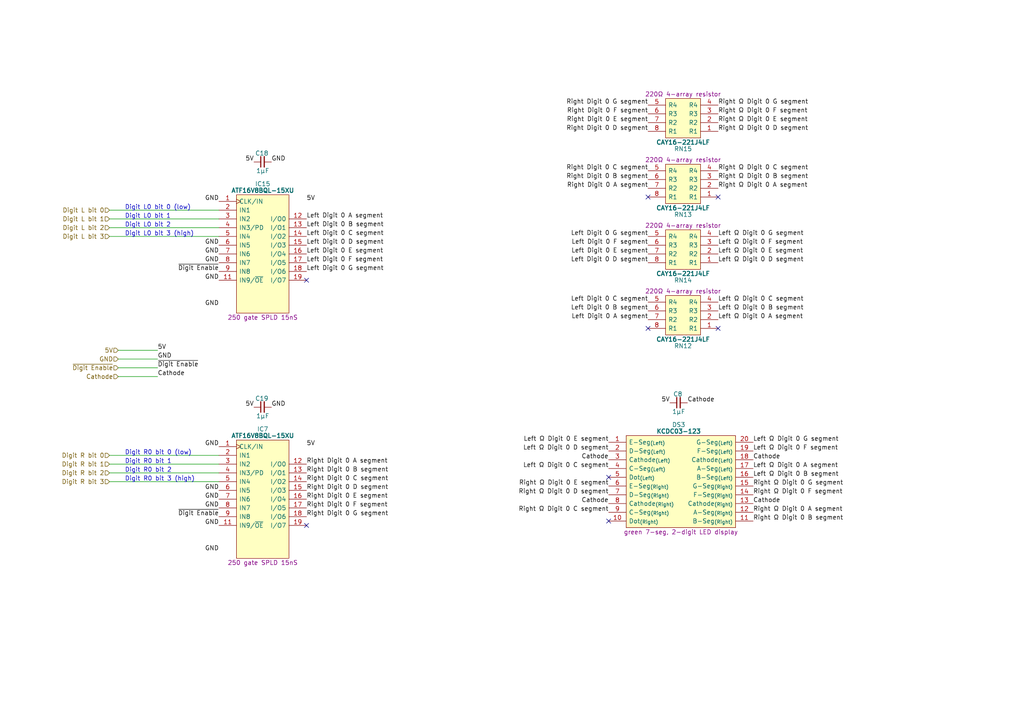
<source format=kicad_sch>
(kicad_sch
	(version 20250114)
	(generator "eeschema")
	(generator_version "9.0")
	(uuid "eed0502f-6799-4095-a1d2-3048029e4b95")
	(paper "A4")
	(lib_symbols
		(symbol "Bourns:CAY16-221J4LF"
			(pin_names
				(offset 0.762)
			)
			(exclude_from_sim no)
			(in_bom yes)
			(on_board yes)
			(property "Reference" "RN"
				(at 10.16 5.08 0)
				(effects
					(font
						(size 1.27 1.27)
					)
				)
			)
			(property "Value" "CAY16-221J4LF"
				(at 10.16 3.175 0)
				(effects
					(font
						(size 1.27 1.27)
						(bold yes)
					)
				)
			)
			(property "Footprint" "SamacSys_Parts:CAY16-F4"
				(at 18.415 -14.605 0)
				(effects
					(font
						(size 1.27 1.27)
					)
					(justify left)
					(hide yes)
				)
			)
			(property "Datasheet" "https://www.bourns.com/docs/Product-Datasheets/CATCAY.pdf"
				(at 18.415 -17.145 0)
				(effects
					(font
						(size 1.27 1.27)
					)
					(justify left)
					(hide yes)
				)
			)
			(property "Description" "220Ω 4-array resistor"
				(at 10.16 -10.795 0)
				(effects
					(font
						(size 1.27 1.27)
					)
				)
			)
			(property "Height" "0.6"
				(at 18.415 -22.225 0)
				(effects
					(font
						(size 1.27 1.27)
					)
					(justify left)
					(hide yes)
				)
			)
			(property "Manufacturer_Name" "Bourns"
				(at 18.415 -24.765 0)
				(effects
					(font
						(size 1.27 1.27)
					)
					(justify left)
					(hide yes)
				)
			)
			(property "Manufacturer_Part_Number" "CAY16-221J4LF"
				(at 18.415 -27.305 0)
				(effects
					(font
						(size 1.27 1.27)
					)
					(justify left)
					(hide yes)
				)
			)
			(property "Mouser Part Number" "652-CAY16-221J4LF"
				(at 18.415 -29.845 0)
				(effects
					(font
						(size 1.27 1.27)
					)
					(justify left)
					(hide yes)
				)
			)
			(property "Mouser Price/Stock" "https://www.mouser.co.uk/ProductDetail/Bourns/CAY16-221J4LF?qs=BKfsZh40Pd9sAo64tUrb9Q%3D%3D"
				(at 18.415 -32.385 0)
				(effects
					(font
						(size 1.27 1.27)
					)
					(justify left)
					(hide yes)
				)
			)
			(property "Arrow Part Number" "CAY16-221J4LF"
				(at 18.415 -34.925 0)
				(effects
					(font
						(size 1.27 1.27)
					)
					(justify left)
					(hide yes)
				)
			)
			(property "Arrow Price/Stock" "https://www.arrow.com/en/products/cay16-221j4lf/bourns?region=nac"
				(at 18.415 -37.465 0)
				(effects
					(font
						(size 1.27 1.27)
					)
					(justify left)
					(hide yes)
				)
			)
			(property "Silkscreen" "220Ω"
				(at 10.16 -13.335 0)
				(effects
					(font
						(size 1.27 1.27)
					)
					(hide yes)
				)
			)
			(property "Garbage" "Bourns CAY16 Series 220 +/-5% Isolated SMT Resistor Array, 4 Resistors, 0.25W total 1206 (3216M) package Convex"
				(at 0 0 0)
				(effects
					(font
						(size 1.27 1.27)
					)
					(hide yes)
				)
			)
			(symbol "CAY16-221J4LF_0_0"
				(pin passive line
					(at 0 0 0)
					(length 5.08)
					(name "R1"
						(effects
							(font
								(size 1.27 1.27)
							)
						)
					)
					(number "1"
						(effects
							(font
								(size 1.27 1.27)
							)
						)
					)
				)
				(pin passive line
					(at 0 -2.54 0)
					(length 5.08)
					(name "R2"
						(effects
							(font
								(size 1.27 1.27)
							)
						)
					)
					(number "2"
						(effects
							(font
								(size 1.27 1.27)
							)
						)
					)
				)
				(pin passive line
					(at 0 -5.08 0)
					(length 5.08)
					(name "R3"
						(effects
							(font
								(size 1.27 1.27)
							)
						)
					)
					(number "3"
						(effects
							(font
								(size 1.27 1.27)
							)
						)
					)
				)
				(pin passive line
					(at 0 -7.62 0)
					(length 5.08)
					(name "R4"
						(effects
							(font
								(size 1.27 1.27)
							)
						)
					)
					(number "4"
						(effects
							(font
								(size 1.27 1.27)
							)
						)
					)
				)
				(pin passive line
					(at 20.32 0 180)
					(length 5.08)
					(name "R1"
						(effects
							(font
								(size 1.27 1.27)
							)
						)
					)
					(number "8"
						(effects
							(font
								(size 1.27 1.27)
							)
						)
					)
				)
				(pin passive line
					(at 20.32 -2.54 180)
					(length 5.08)
					(name "R2"
						(effects
							(font
								(size 1.27 1.27)
							)
						)
					)
					(number "7"
						(effects
							(font
								(size 1.27 1.27)
							)
						)
					)
				)
				(pin passive line
					(at 20.32 -5.08 180)
					(length 5.08)
					(name "R3"
						(effects
							(font
								(size 1.27 1.27)
							)
						)
					)
					(number "6"
						(effects
							(font
								(size 1.27 1.27)
							)
						)
					)
				)
				(pin passive line
					(at 20.32 -7.62 180)
					(length 5.08)
					(name "R4"
						(effects
							(font
								(size 1.27 1.27)
							)
						)
					)
					(number "5"
						(effects
							(font
								(size 1.27 1.27)
							)
						)
					)
				)
			)
			(symbol "CAY16-221J4LF_0_1"
				(polyline
					(pts
						(xy 5.08 1.905) (xy 15.24 1.905) (xy 15.24 -9.525) (xy 5.08 -9.525) (xy 5.08 1.905)
					)
					(stroke
						(width 0.1524)
						(type default)
					)
					(fill
						(type background)
					)
				)
			)
			(embedded_fonts no)
		)
		(symbol "HCP65:C_0805"
			(pin_numbers
				(hide yes)
			)
			(pin_names
				(offset 0.254)
				(hide yes)
			)
			(exclude_from_sim no)
			(in_bom yes)
			(on_board yes)
			(property "Reference" "C"
				(at 2.286 2.54 0)
				(effects
					(font
						(size 1.27 1.27)
					)
				)
			)
			(property "Value" "?μF"
				(at 2.54 -2.54 0)
				(effects
					(font
						(size 1.27 1.27)
					)
				)
			)
			(property "Footprint" "SamacSys_Parts:C_0805"
				(at 16.764 -7.62 0)
				(effects
					(font
						(size 1.27 1.27)
					)
					(hide yes)
				)
			)
			(property "Datasheet" ""
				(at 2.2225 0.3175 90)
				(effects
					(font
						(size 1.27 1.27)
					)
					(hide yes)
				)
			)
			(property "Description" ""
				(at 0 0 0)
				(effects
					(font
						(size 1.27 1.27)
					)
					(hide yes)
				)
			)
			(property "ki_keywords" "capacitor cap"
				(at 0 0 0)
				(effects
					(font
						(size 1.27 1.27)
					)
					(hide yes)
				)
			)
			(property "ki_fp_filters" "C_*"
				(at 0 0 0)
				(effects
					(font
						(size 1.27 1.27)
					)
					(hide yes)
				)
			)
			(symbol "C_0805_0_1"
				(polyline
					(pts
						(xy 1.9685 -1.4605) (xy 1.9685 1.5875)
					)
					(stroke
						(width 0.3048)
						(type default)
					)
					(fill
						(type none)
					)
				)
				(polyline
					(pts
						(xy 2.9845 -1.4605) (xy 2.9845 1.5875)
					)
					(stroke
						(width 0.3302)
						(type default)
					)
					(fill
						(type none)
					)
				)
			)
			(symbol "C_0805_1_1"
				(pin passive line
					(at 0 0 0)
					(length 2.032)
					(name "~"
						(effects
							(font
								(size 1.27 1.27)
							)
						)
					)
					(number "1"
						(effects
							(font
								(size 1.27 1.27)
							)
						)
					)
				)
				(pin passive line
					(at 5.08 0 180)
					(length 2.032)
					(name "~"
						(effects
							(font
								(size 1.27 1.27)
							)
						)
					)
					(number "2"
						(effects
							(font
								(size 1.27 1.27)
							)
						)
					)
				)
			)
			(embedded_fonts no)
		)
		(symbol "Kingbright:KCDC03-123"
			(pin_names
				(offset 0.762)
			)
			(exclude_from_sim no)
			(in_bom yes)
			(on_board yes)
			(property "Reference" "DS"
				(at 20.32 5.08 0)
				(effects
					(font
						(size 1.27 1.27)
					)
				)
			)
			(property "Value" "KCDC03-123"
				(at 20.32 3.175 0)
				(effects
					(font
						(size 1.27 1.27)
						(bold yes)
					)
				)
			)
			(property "Footprint" "SamacSys_Parts:KCDC03123"
				(at 36.83 -31.115 0)
				(effects
					(font
						(size 1.27 1.27)
					)
					(justify left)
					(hide yes)
				)
			)
			(property "Datasheet" "http://www.kingbright.com/attachments/file/psearch/000/00/20160808bak/KCDC03-123(Ver.10A).pdf"
				(at 36.83 -33.655 0)
				(effects
					(font
						(size 1.27 1.27)
					)
					(justify left)
					(hide yes)
				)
			)
			(property "Description" "green 7-seg, 2-digit LED display"
				(at 20.955 -26.035 0)
				(effects
					(font
						(size 1.27 1.27)
					)
				)
			)
			(property "Height" "4.1"
				(at 36.83 -38.735 0)
				(effects
					(font
						(size 1.27 1.27)
					)
					(justify left)
					(hide yes)
				)
			)
			(property "Manufacturer_Name" "Kingbright"
				(at 36.83 -41.275 0)
				(effects
					(font
						(size 1.27 1.27)
					)
					(justify left)
					(hide yes)
				)
			)
			(property "Manufacturer_Part_Number" "KCDC03-123"
				(at 36.83 -43.815 0)
				(effects
					(font
						(size 1.27 1.27)
					)
					(justify left)
					(hide yes)
				)
			)
			(property "Mouser Part Number" "N/A"
				(at 36.83 -46.355 0)
				(effects
					(font
						(size 1.27 1.27)
					)
					(justify left)
					(hide yes)
				)
			)
			(property "Mouser Price/Stock" "http://www.mouser.com/Search/ProductDetail.aspx?qs=2JU0tDl2GZ3i3Ngnh7RV3w%3d%3d"
				(at 36.83 -48.895 0)
				(effects
					(font
						(size 1.27 1.27)
					)
					(justify left)
					(hide yes)
				)
			)
			(property "Silkscreen" "KCDC03-123"
				(at 20.32 -28.575 0)
				(effects
					(font
						(size 1.27 1.27)
					)
					(hide yes)
				)
			)
			(symbol "KCDC03-123_0_0"
				(pin input line
					(at 0 0 0)
					(length 5.08)
					(name "E-Seg_{(Left)}"
						(effects
							(font
								(size 1.27 1.27)
							)
						)
					)
					(number "1"
						(effects
							(font
								(size 1.27 1.27)
							)
						)
					)
				)
				(pin input line
					(at 0 -2.54 0)
					(length 5.08)
					(name "D-Seg_{(Left)}"
						(effects
							(font
								(size 1.27 1.27)
							)
						)
					)
					(number "2"
						(effects
							(font
								(size 1.27 1.27)
							)
						)
					)
				)
				(pin passive line
					(at 0 -5.08 0)
					(length 5.08)
					(name "Cathode_{(Left)}"
						(effects
							(font
								(size 1.27 1.27)
							)
						)
					)
					(number "3"
						(effects
							(font
								(size 1.27 1.27)
							)
						)
					)
				)
				(pin input line
					(at 0 -7.62 0)
					(length 5.08)
					(name "C-Seg_{(Left)}"
						(effects
							(font
								(size 1.27 1.27)
							)
						)
					)
					(number "4"
						(effects
							(font
								(size 1.27 1.27)
							)
						)
					)
				)
				(pin input line
					(at 0 -10.16 0)
					(length 5.08)
					(name "Dot_{(Left)}"
						(effects
							(font
								(size 1.27 1.27)
							)
						)
					)
					(number "5"
						(effects
							(font
								(size 1.27 1.27)
							)
						)
					)
				)
				(pin input line
					(at 0 -12.7 0)
					(length 5.08)
					(name "E-Seg_{(Right)}"
						(effects
							(font
								(size 1.27 1.27)
							)
						)
					)
					(number "6"
						(effects
							(font
								(size 1.27 1.27)
							)
						)
					)
				)
				(pin input line
					(at 0 -15.24 0)
					(length 5.08)
					(name "D-Seg_{(Right)}"
						(effects
							(font
								(size 1.27 1.27)
							)
						)
					)
					(number "7"
						(effects
							(font
								(size 1.27 1.27)
							)
						)
					)
				)
				(pin passive line
					(at 0 -17.78 0)
					(length 5.08)
					(name "Cathode_{(Right)}"
						(effects
							(font
								(size 1.27 1.27)
							)
						)
					)
					(number "8"
						(effects
							(font
								(size 1.27 1.27)
							)
						)
					)
				)
				(pin input line
					(at 0 -20.32 0)
					(length 5.08)
					(name "C-Seg_{(Right)}"
						(effects
							(font
								(size 1.27 1.27)
							)
						)
					)
					(number "9"
						(effects
							(font
								(size 1.27 1.27)
							)
						)
					)
				)
				(pin input line
					(at 0 -22.86 0)
					(length 5.08)
					(name "Dot_{(Right)}"
						(effects
							(font
								(size 1.27 1.27)
							)
						)
					)
					(number "10"
						(effects
							(font
								(size 1.27 1.27)
							)
						)
					)
				)
				(pin input line
					(at 41.91 0 180)
					(length 5.08)
					(name "G-Seg_{(Left)}"
						(effects
							(font
								(size 1.27 1.27)
							)
						)
					)
					(number "20"
						(effects
							(font
								(size 1.27 1.27)
							)
						)
					)
				)
				(pin input line
					(at 41.91 -2.54 180)
					(length 5.08)
					(name "F-Seg_{(Left)}"
						(effects
							(font
								(size 1.27 1.27)
							)
						)
					)
					(number "19"
						(effects
							(font
								(size 1.27 1.27)
							)
						)
					)
				)
				(pin passive line
					(at 41.91 -5.08 180)
					(length 5.08)
					(name "Cathode_{(Left)}"
						(effects
							(font
								(size 1.27 1.27)
							)
						)
					)
					(number "18"
						(effects
							(font
								(size 1.27 1.27)
							)
						)
					)
				)
				(pin input line
					(at 41.91 -7.62 180)
					(length 5.08)
					(name "A-Seg_{(Left)}"
						(effects
							(font
								(size 1.27 1.27)
							)
						)
					)
					(number "17"
						(effects
							(font
								(size 1.27 1.27)
							)
						)
					)
				)
				(pin input line
					(at 41.91 -10.16 180)
					(length 5.08)
					(name "B-Seg_{(Left)}"
						(effects
							(font
								(size 1.27 1.27)
							)
						)
					)
					(number "16"
						(effects
							(font
								(size 1.27 1.27)
							)
						)
					)
				)
				(pin input line
					(at 41.91 -12.7 180)
					(length 5.08)
					(name "G-Seg_{(Right)}"
						(effects
							(font
								(size 1.27 1.27)
							)
						)
					)
					(number "15"
						(effects
							(font
								(size 1.27 1.27)
							)
						)
					)
				)
				(pin input line
					(at 41.91 -15.24 180)
					(length 5.08)
					(name "F-Seg_{(Right)}"
						(effects
							(font
								(size 1.27 1.27)
							)
						)
					)
					(number "14"
						(effects
							(font
								(size 1.27 1.27)
							)
						)
					)
				)
				(pin passive line
					(at 41.91 -17.78 180)
					(length 5.08)
					(name "Cathode_{(Right)}"
						(effects
							(font
								(size 1.27 1.27)
							)
						)
					)
					(number "13"
						(effects
							(font
								(size 1.27 1.27)
							)
						)
					)
				)
				(pin input line
					(at 41.91 -20.32 180)
					(length 5.08)
					(name "A-Seg_{(Right)}"
						(effects
							(font
								(size 1.27 1.27)
							)
						)
					)
					(number "12"
						(effects
							(font
								(size 1.27 1.27)
							)
						)
					)
				)
				(pin input line
					(at 41.91 -22.86 180)
					(length 5.08)
					(name "B-Seg_{(Right)}"
						(effects
							(font
								(size 1.27 1.27)
							)
						)
					)
					(number "11"
						(effects
							(font
								(size 1.27 1.27)
							)
						)
					)
				)
			)
			(symbol "KCDC03-123_0_1"
				(polyline
					(pts
						(xy 5.08 1.905) (xy 36.83 1.905) (xy 36.83 -24.765) (xy 5.08 -24.765) (xy 5.08 1.905)
					)
					(stroke
						(width 0.1524)
						(type default)
					)
					(fill
						(type background)
					)
				)
			)
			(embedded_fonts no)
		)
		(symbol "Microchip:ATF16V8BQL-15XU"
			(pin_names
				(offset 0.762)
			)
			(exclude_from_sim no)
			(in_bom yes)
			(on_board yes)
			(property "Reference" "IC"
				(at 12.7 5.08 0)
				(effects
					(font
						(size 1.27 1.27)
					)
				)
			)
			(property "Value" "ATF16V8BQL-15XU"
				(at 12.7 3.175 0)
				(effects
					(font
						(size 1.27 1.27)
						(thickness 0.254)
						(bold yes)
					)
				)
			)
			(property "Footprint" "SamacSys_Parts:SOP65P640X120-20N"
				(at 20.32 -38.1 0)
				(effects
					(font
						(size 1.27 1.27)
					)
					(justify left)
					(hide yes)
				)
			)
			(property "Datasheet" "http://www.microchip.com/mymicrochip/filehandler.aspx?ddocname=en589395"
				(at 20.32 -40.64 0)
				(effects
					(font
						(size 1.27 1.27)
					)
					(justify left)
					(hide yes)
				)
			)
			(property "Description" "250 gate SPLD 15nS"
				(at 12.7 -33.655 0)
				(effects
					(font
						(size 1.27 1.27)
					)
				)
			)
			(property "Height" "1.2"
				(at 20.32 -43.18 0)
				(effects
					(font
						(size 1.27 1.27)
					)
					(justify left)
					(hide yes)
				)
			)
			(property "Manufacturer_Name" "Microchip"
				(at 20.32 -45.72 0)
				(effects
					(font
						(size 1.27 1.27)
					)
					(justify left)
					(hide yes)
				)
			)
			(property "Manufacturer_Part_Number" "ATF16V8BQL-15XU"
				(at 20.32 -48.26 0)
				(effects
					(font
						(size 1.27 1.27)
					)
					(justify left)
					(hide yes)
				)
			)
			(property "Mouser Part Number" "556-AF16V8BQL15XU"
				(at 20.32 -50.8 0)
				(effects
					(font
						(size 1.27 1.27)
					)
					(justify left)
					(hide yes)
				)
			)
			(property "Mouser Price/Stock" "https://www.mouser.co.uk/ProductDetail/Microchip-Technology/ATF16V8BQL-15XU?qs=2nyfZ6BV3ojQExtk%2F%2FdRRA%3D%3D"
				(at 20.32 -53.34 0)
				(effects
					(font
						(size 1.27 1.27)
					)
					(justify left)
					(hide yes)
				)
			)
			(property "Silkscreen" "ATF16V8"
				(at 12.7 -36.195 0)
				(effects
					(font
						(size 1.27 1.27)
					)
					(hide yes)
				)
			)
			(symbol "ATF16V8BQL-15XU_0_0"
				(pin input line
					(at 0 -2.54 0)
					(length 5.08)
					(name "IN1"
						(effects
							(font
								(size 1.27 1.27)
							)
						)
					)
					(number "2"
						(effects
							(font
								(size 1.27 1.27)
							)
						)
					)
				)
				(pin input line
					(at 0 -5.08 0)
					(length 5.08)
					(name "IN2"
						(effects
							(font
								(size 1.27 1.27)
							)
						)
					)
					(number "3"
						(effects
							(font
								(size 1.27 1.27)
							)
						)
					)
				)
				(pin input line
					(at 0 -7.62 0)
					(length 5.08)
					(name "IN3/PD"
						(effects
							(font
								(size 1.27 1.27)
							)
						)
					)
					(number "4"
						(effects
							(font
								(size 1.27 1.27)
							)
						)
					)
				)
				(pin input line
					(at 0 -10.16 0)
					(length 5.08)
					(name "IN4"
						(effects
							(font
								(size 1.27 1.27)
							)
						)
					)
					(number "5"
						(effects
							(font
								(size 1.27 1.27)
							)
						)
					)
				)
				(pin input line
					(at 0 -12.7 0)
					(length 5.08)
					(name "IN5"
						(effects
							(font
								(size 1.27 1.27)
							)
						)
					)
					(number "6"
						(effects
							(font
								(size 1.27 1.27)
							)
						)
					)
				)
				(pin input line
					(at 0 -15.24 0)
					(length 5.08)
					(name "IN6"
						(effects
							(font
								(size 1.27 1.27)
							)
						)
					)
					(number "7"
						(effects
							(font
								(size 1.27 1.27)
							)
						)
					)
				)
				(pin input line
					(at 0 -17.78 0)
					(length 5.08)
					(name "IN7"
						(effects
							(font
								(size 1.27 1.27)
							)
						)
					)
					(number "8"
						(effects
							(font
								(size 1.27 1.27)
							)
						)
					)
				)
				(pin input line
					(at 0 -20.32 0)
					(length 5.08)
					(name "IN8"
						(effects
							(font
								(size 1.27 1.27)
							)
						)
					)
					(number "9"
						(effects
							(font
								(size 1.27 1.27)
							)
						)
					)
				)
				(pin input line
					(at 0 -22.86 0)
					(length 5.08)
					(name "IN9/~{OE}"
						(effects
							(font
								(size 1.27 1.27)
							)
						)
					)
					(number "11"
						(effects
							(font
								(size 1.27 1.27)
							)
						)
					)
				)
				(pin tri_state line
					(at 25.4 -5.08 180)
					(length 5.08)
					(name "I/O0"
						(effects
							(font
								(size 1.27 1.27)
							)
						)
					)
					(number "12"
						(effects
							(font
								(size 1.27 1.27)
							)
						)
					)
				)
				(pin tri_state line
					(at 25.4 -7.62 180)
					(length 5.08)
					(name "I/O1"
						(effects
							(font
								(size 1.27 1.27)
							)
						)
					)
					(number "13"
						(effects
							(font
								(size 1.27 1.27)
							)
						)
					)
				)
				(pin tri_state line
					(at 25.4 -10.16 180)
					(length 5.08)
					(name "I/O2"
						(effects
							(font
								(size 1.27 1.27)
							)
						)
					)
					(number "14"
						(effects
							(font
								(size 1.27 1.27)
							)
						)
					)
				)
				(pin tri_state line
					(at 25.4 -12.7 180)
					(length 5.08)
					(name "I/O3"
						(effects
							(font
								(size 1.27 1.27)
							)
						)
					)
					(number "15"
						(effects
							(font
								(size 1.27 1.27)
							)
						)
					)
				)
				(pin tri_state line
					(at 25.4 -15.24 180)
					(length 5.08)
					(name "I/O4"
						(effects
							(font
								(size 1.27 1.27)
							)
						)
					)
					(number "16"
						(effects
							(font
								(size 1.27 1.27)
							)
						)
					)
				)
				(pin tri_state line
					(at 25.4 -17.78 180)
					(length 5.08)
					(name "I/O5"
						(effects
							(font
								(size 1.27 1.27)
							)
						)
					)
					(number "17"
						(effects
							(font
								(size 1.27 1.27)
							)
						)
					)
				)
				(pin tri_state line
					(at 25.4 -20.32 180)
					(length 5.08)
					(name "I/O6"
						(effects
							(font
								(size 1.27 1.27)
							)
						)
					)
					(number "18"
						(effects
							(font
								(size 1.27 1.27)
							)
						)
					)
				)
				(pin tri_state line
					(at 25.4 -22.86 180)
					(length 5.08)
					(name "I/O7"
						(effects
							(font
								(size 1.27 1.27)
							)
						)
					)
					(number "19"
						(effects
							(font
								(size 1.27 1.27)
							)
						)
					)
				)
			)
			(symbol "ATF16V8BQL-15XU_0_1"
				(polyline
					(pts
						(xy 5.08 1.905) (xy 20.32 1.905) (xy 20.32 -32.385) (xy 5.08 -32.385) (xy 5.08 1.905)
					)
					(stroke
						(width 0.1524)
						(type default)
					)
					(fill
						(type background)
					)
				)
			)
			(symbol "ATF16V8BQL-15XU_1_0"
				(pin input clock
					(at 0 0 0)
					(length 5.08)
					(name "CLK/IN"
						(effects
							(font
								(size 1.27 1.27)
							)
						)
					)
					(number "1"
						(effects
							(font
								(size 1.27 1.27)
							)
						)
					)
				)
				(pin passive line
					(at 0 -30.48 0)
					(length 5.08)
					(hide yes)
					(name "GND"
						(effects
							(font
								(size 1.27 1.27)
							)
						)
					)
					(number "10"
						(effects
							(font
								(size 1.27 1.27)
							)
						)
					)
				)
				(pin passive line
					(at 25.4 0 180)
					(length 5.08)
					(hide yes)
					(name "5V"
						(effects
							(font
								(size 1.27 1.27)
							)
						)
					)
					(number "20"
						(effects
							(font
								(size 1.27 1.27)
							)
						)
					)
				)
			)
			(embedded_fonts no)
		)
	)
	(text "Digit R0 bit 0 (low)"
		(exclude_from_sim no)
		(at 36.195 132.08 0)
		(effects
			(font
				(size 1.27 1.27)
			)
			(justify left bottom)
		)
		(uuid "34b41dd3-3106-4e88-a54b-1db12eb358ad")
	)
	(text "Digit R0 bit 3 (high)"
		(exclude_from_sim no)
		(at 36.195 139.7 0)
		(effects
			(font
				(size 1.27 1.27)
			)
			(justify left bottom)
		)
		(uuid "3686f7c6-d325-4b4d-b9a8-cbd00b934672")
	)
	(text "Digit R0 bit 2\n"
		(exclude_from_sim no)
		(at 36.195 137.16 0)
		(effects
			(font
				(size 1.27 1.27)
			)
			(justify left bottom)
		)
		(uuid "9a9e2124-5aaf-43a8-8c37-20d71da4b8c4")
	)
	(text "Digit L0 bit 0 (low)"
		(exclude_from_sim no)
		(at 36.195 60.96 0)
		(effects
			(font
				(size 1.27 1.27)
			)
			(justify left bottom)
		)
		(uuid "9b5bd130-22dd-4ab9-a4b8-f91a67d24fa1")
	)
	(text "Digit L0 bit 2"
		(exclude_from_sim no)
		(at 36.195 66.04 0)
		(effects
			(font
				(size 1.27 1.27)
			)
			(justify left bottom)
		)
		(uuid "a23f5508-14c1-4ea1-9d11-6de023d3cb06")
	)
	(text "Digit R0 bit 1"
		(exclude_from_sim no)
		(at 36.195 134.62 0)
		(effects
			(font
				(size 1.27 1.27)
			)
			(justify left bottom)
		)
		(uuid "ed376131-7e1a-4bd7-a59b-e78b56ada702")
	)
	(text "Digit L0 bit 3 (high)"
		(exclude_from_sim no)
		(at 36.195 68.58 0)
		(effects
			(font
				(size 1.27 1.27)
			)
			(justify left bottom)
		)
		(uuid "f074b54f-85f7-4c0a-8a8a-4b8cf92c7f7f")
	)
	(text "Digit L0 bit 1"
		(exclude_from_sim no)
		(at 36.195 63.5 0)
		(effects
			(font
				(size 1.27 1.27)
			)
			(justify left bottom)
		)
		(uuid "f7005855-543f-4279-a979-99f8dd1ca45d")
	)
	(no_connect
		(at 88.9 152.4)
		(uuid "0f9af2ce-44e8-4e8b-8bec-16b4b897c3a9")
	)
	(no_connect
		(at 208.28 57.15)
		(uuid "24378448-2688-4dba-8f13-27dbd30b4db7")
	)
	(no_connect
		(at 88.9 81.28)
		(uuid "39981cb9-1ca5-4e84-b20a-3f961e5aeab1")
	)
	(no_connect
		(at 176.53 138.43)
		(uuid "3bfc7b79-5825-4e28-bcbc-2204bd30c074")
	)
	(no_connect
		(at 208.28 95.25)
		(uuid "55a0f059-af65-4837-81de-5d336abd6395")
	)
	(no_connect
		(at 176.53 151.13)
		(uuid "9ce5ce91-3539-4bd7-a6e9-8d1365342c0e")
	)
	(no_connect
		(at 187.96 57.15)
		(uuid "a12d1a62-8cca-4ec3-8326-4de095b9aba7")
	)
	(no_connect
		(at 187.96 95.25)
		(uuid "b6b2087a-b586-4d04-a568-8097689aa216")
	)
	(wire
		(pts
			(xy 31.75 132.08) (xy 63.5 132.08)
		)
		(stroke
			(width 0)
			(type default)
		)
		(uuid "18c95b0f-257a-4bde-a586-3f6188fa6155")
	)
	(wire
		(pts
			(xy 34.29 104.14) (xy 45.72 104.14)
		)
		(stroke
			(width 0)
			(type default)
		)
		(uuid "241253c0-26d5-4c23-84ee-0e6b1feb02d0")
	)
	(wire
		(pts
			(xy 34.29 109.22) (xy 45.72 109.22)
		)
		(stroke
			(width 0)
			(type default)
		)
		(uuid "2e1fc379-b98e-4963-b8c4-3effb34d1519")
	)
	(wire
		(pts
			(xy 34.29 101.6) (xy 45.72 101.6)
		)
		(stroke
			(width 0)
			(type default)
		)
		(uuid "38415c0d-8308-42a6-bf52-4b21c8e48c52")
	)
	(wire
		(pts
			(xy 34.29 106.68) (xy 45.72 106.68)
		)
		(stroke
			(width 0)
			(type default)
		)
		(uuid "6085c096-2951-415b-b890-5fe16308f305")
	)
	(wire
		(pts
			(xy 31.75 134.62) (xy 63.5 134.62)
		)
		(stroke
			(width 0)
			(type default)
		)
		(uuid "72f3834d-2fbf-4803-a1ef-c9a26766efa9")
	)
	(wire
		(pts
			(xy 31.75 137.16) (xy 63.5 137.16)
		)
		(stroke
			(width 0)
			(type default)
		)
		(uuid "790b7ef7-0cea-4346-92b7-3f86c83bc3c7")
	)
	(wire
		(pts
			(xy 31.75 66.04) (xy 63.5 66.04)
		)
		(stroke
			(width 0)
			(type default)
		)
		(uuid "a285eb25-5976-4bef-bb03-a015114397e6")
	)
	(wire
		(pts
			(xy 31.75 139.7) (xy 63.5 139.7)
		)
		(stroke
			(width 0)
			(type default)
		)
		(uuid "afd7e54e-6fe1-4946-b197-775dce58eeae")
	)
	(wire
		(pts
			(xy 31.75 68.58) (xy 63.5 68.58)
		)
		(stroke
			(width 0)
			(type default)
		)
		(uuid "d24f831d-70b4-4ca6-b718-0a4dda6e6e88")
	)
	(wire
		(pts
			(xy 31.75 63.5) (xy 63.5 63.5)
		)
		(stroke
			(width 0)
			(type default)
		)
		(uuid "da97448f-e9c1-4dc5-bc6e-d30ede7c4104")
	)
	(wire
		(pts
			(xy 31.75 60.96) (xy 63.5 60.96)
		)
		(stroke
			(width 0)
			(type default)
		)
		(uuid "e14b8c4d-4ceb-4332-a490-1982d9795e19")
	)
	(label "5V"
		(at 88.9 129.54 0)
		(effects
			(font
				(size 1.27 1.27)
			)
			(justify left bottom)
		)
		(uuid "0308d162-4f51-4ab7-ac30-f94f0d43d497")
	)
	(label "GND"
		(at 63.5 160.02 180)
		(effects
			(font
				(size 1.27 1.27)
			)
			(justify right bottom)
		)
		(uuid "0865cd43-efc9-44db-ad28-6aeeb8fa5aba")
	)
	(label "GND"
		(at 63.5 76.2 180)
		(effects
			(font
				(size 1.27 1.27)
			)
			(justify right bottom)
		)
		(uuid "087b2f3a-207c-46be-92da-e108ca119b5b")
	)
	(label "GND"
		(at 63.5 81.28 180)
		(effects
			(font
				(size 1.27 1.27)
			)
			(justify right bottom)
		)
		(uuid "0c38374c-a42d-49b7-b3e5-62cd4d1cc613")
	)
	(label "Left Ω Digit 0 D segment"
		(at 176.53 130.81 180)
		(effects
			(font
				(size 1.27 1.27)
			)
			(justify right bottom)
		)
		(uuid "0d10119d-4269-4e35-b44b-f245f4dc5f3e")
	)
	(label "GND"
		(at 63.5 142.24 180)
		(effects
			(font
				(size 1.27 1.27)
			)
			(justify right bottom)
		)
		(uuid "0dd5c58b-55e7-4b9d-93f2-b4c00fbcfb39")
	)
	(label "Left Digit 0 C segment"
		(at 88.9 68.58 0)
		(effects
			(font
				(size 1.27 1.27)
			)
			(justify left bottom)
		)
		(uuid "0ddcd571-f69b-400c-af55-f38bc8decdbf")
	)
	(label "Left Digit 0 F segment"
		(at 187.96 71.12 180)
		(effects
			(font
				(size 1.27 1.27)
			)
			(justify right bottom)
		)
		(uuid "0e0bcb92-32d1-4741-b78f-60aa78ad5170")
	)
	(label "Right Ω Digit 0 B segment"
		(at 208.28 52.07 0)
		(effects
			(font
				(size 1.27 1.27)
			)
			(justify left bottom)
		)
		(uuid "10fd1ba8-7043-45e3-9f3d-f5dfdd6d0220")
	)
	(label "Left Ω Digit 0 E segment"
		(at 208.28 73.66 0)
		(effects
			(font
				(size 1.27 1.27)
			)
			(justify left bottom)
		)
		(uuid "1183db5b-0f1d-4878-ab8c-dd97ceab6212")
	)
	(label "Right Digit 0 A segment"
		(at 187.96 54.61 180)
		(effects
			(font
				(size 1.27 1.27)
			)
			(justify right bottom)
		)
		(uuid "156d4aba-46cf-4d44-bb59-28c1cc319051")
	)
	(label "Right Digit 0 A segment"
		(at 88.9 134.62 0)
		(effects
			(font
				(size 1.27 1.27)
			)
			(justify left bottom)
		)
		(uuid "1e872899-652f-48ba-8be9-497ddf38dcb5")
	)
	(label "Right Digit 0 B segment"
		(at 187.96 52.07 180)
		(effects
			(font
				(size 1.27 1.27)
			)
			(justify right bottom)
		)
		(uuid "1ef72ce6-a580-4c44-b898-8755ae5c2ebc")
	)
	(label "Left Ω Digit 0 C segment"
		(at 176.53 135.89 180)
		(effects
			(font
				(size 1.27 1.27)
			)
			(justify right bottom)
		)
		(uuid "207f606b-8037-4ef4-ba7a-6db78b6c61ca")
	)
	(label "Left Ω Digit 0 G segment"
		(at 208.28 68.58 0)
		(effects
			(font
				(size 1.27 1.27)
			)
			(justify left bottom)
		)
		(uuid "20c64592-fe34-4c42-aa47-6474e5d85d52")
	)
	(label "Cathode"
		(at 176.53 146.05 180)
		(effects
			(font
				(size 1.27 1.27)
			)
			(justify right bottom)
		)
		(uuid "22ac4756-0091-43cf-94d1-838fd5286a79")
	)
	(label "Left Ω Digit 0 D segment"
		(at 208.28 76.2 0)
		(effects
			(font
				(size 1.27 1.27)
			)
			(justify left bottom)
		)
		(uuid "22c53e9f-32cd-4181-93fa-b2d7449cbfbc")
	)
	(label "Left Digit 0 E segment"
		(at 88.9 73.66 0)
		(effects
			(font
				(size 1.27 1.27)
			)
			(justify left bottom)
		)
		(uuid "239a2571-fff2-415d-8215-196f2dd67b80")
	)
	(label "Right Digit 0 F segment"
		(at 187.96 33.02 180)
		(effects
			(font
				(size 1.27 1.27)
			)
			(justify right bottom)
		)
		(uuid "297026eb-d6ac-4ab3-98fa-70e89058e2e5")
	)
	(label "Left Digit 0 D segment"
		(at 187.96 76.2 180)
		(effects
			(font
				(size 1.27 1.27)
			)
			(justify right bottom)
		)
		(uuid "38531a59-f808-46ea-b498-de765367dc65")
	)
	(label "Left Ω Digit 0 A segment"
		(at 218.44 135.89 0)
		(effects
			(font
				(size 1.27 1.27)
			)
			(justify left bottom)
		)
		(uuid "3b9f532b-f5d9-45da-b199-7138a6cad89a")
	)
	(label "GND"
		(at 63.5 73.66 180)
		(effects
			(font
				(size 1.27 1.27)
			)
			(justify right bottom)
		)
		(uuid "3d26163d-2319-4227-8260-fe4c569810d2")
	)
	(label "Left Digit 0 B segment"
		(at 187.96 90.17 180)
		(effects
			(font
				(size 1.27 1.27)
			)
			(justify right bottom)
		)
		(uuid "3e8491fa-a963-4dcd-82ec-cb1ba0339c76")
	)
	(label "Right Digit 0 D segment"
		(at 187.96 38.1 180)
		(effects
			(font
				(size 1.27 1.27)
			)
			(justify right bottom)
		)
		(uuid "41d2ba44-7cb8-4556-bbab-7b5d79a3cd55")
	)
	(label "5V"
		(at 45.72 101.6 0)
		(effects
			(font
				(size 1.27 1.27)
			)
			(justify left bottom)
		)
		(uuid "44a68f88-3fc0-4df9-bca4-90f2e39a6125")
	)
	(label "~{Digit Enable}"
		(at 63.5 78.74 180)
		(effects
			(font
				(size 1.27 1.27)
			)
			(justify right bottom)
		)
		(uuid "4c3bc46d-65d8-4973-84bb-271fb296c695")
	)
	(label "Right Ω Digit 0 G segment"
		(at 208.28 30.48 0)
		(effects
			(font
				(size 1.27 1.27)
			)
			(justify left bottom)
		)
		(uuid "50766c3f-f40e-49bb-b434-a3a72a7fa923")
	)
	(label "Cathode"
		(at 176.53 133.35 180)
		(effects
			(font
				(size 1.27 1.27)
			)
			(justify right bottom)
		)
		(uuid "51fe63e6-ce93-4cfb-9685-972b0744ef58")
	)
	(label "Right Ω Digit 0 F segment"
		(at 218.44 143.51 0)
		(effects
			(font
				(size 1.27 1.27)
			)
			(justify left bottom)
		)
		(uuid "538e1875-951e-4638-8f60-6a1ae8ffa890")
	)
	(label "Left Digit 0 G segment"
		(at 88.9 78.74 0)
		(effects
			(font
				(size 1.27 1.27)
			)
			(justify left bottom)
		)
		(uuid "5b3e7af4-4c61-47aa-a6b9-1e57ab369e5a")
	)
	(label "Left Ω Digit 0 A segment"
		(at 208.28 92.71 0)
		(effects
			(font
				(size 1.27 1.27)
			)
			(justify left bottom)
		)
		(uuid "5df0521e-8b3c-40ef-b988-5c0f1e5c52ad")
	)
	(label "GND"
		(at 63.5 147.32 180)
		(effects
			(font
				(size 1.27 1.27)
			)
			(justify right bottom)
		)
		(uuid "601a63c4-3763-435d-916f-7b322ff02f6f")
	)
	(label "Right Digit 0 B segment"
		(at 88.9 137.16 0)
		(effects
			(font
				(size 1.27 1.27)
			)
			(justify left bottom)
		)
		(uuid "60e1c2cd-950a-4b81-80b2-1d66dbef1bd2")
	)
	(label "Left Digit 0 E segment"
		(at 187.96 73.66 180)
		(effects
			(font
				(size 1.27 1.27)
			)
			(justify right bottom)
		)
		(uuid "62c84f89-399d-4e72-93fb-5fd665c1cf8d")
	)
	(label "Left Digit 0 A segment"
		(at 88.9 63.5 0)
		(effects
			(font
				(size 1.27 1.27)
			)
			(justify left bottom)
		)
		(uuid "6340b8fa-45be-4897-bf23-6c95d745a2f5")
	)
	(label "Right Digit 0 E segment"
		(at 88.9 144.78 0)
		(effects
			(font
				(size 1.27 1.27)
			)
			(justify left bottom)
		)
		(uuid "63c19a4e-a63c-499b-b4b2-174b0f834280")
	)
	(label "Right Ω Digit 0 E segment"
		(at 176.53 140.97 180)
		(effects
			(font
				(size 1.27 1.27)
			)
			(justify right bottom)
		)
		(uuid "663565ea-6cd2-4286-9b51-df09ae5a7cf5")
	)
	(label "Left Digit 0 D segment"
		(at 88.9 71.12 0)
		(effects
			(font
				(size 1.27 1.27)
			)
			(justify left bottom)
		)
		(uuid "682469d2-39d5-4cfe-ab24-c6b194be7909")
	)
	(label "GND"
		(at 63.5 152.4 180)
		(effects
			(font
				(size 1.27 1.27)
			)
			(justify right bottom)
		)
		(uuid "6c71f8f3-011b-4fcf-b153-d53a7d479dac")
	)
	(label "Right Digit 0 C segment"
		(at 187.96 49.53 180)
		(effects
			(font
				(size 1.27 1.27)
			)
			(justify right bottom)
		)
		(uuid "6e63523f-12be-452e-bdda-c7b692326af2")
	)
	(label "Left Digit 0 F segment"
		(at 88.9 76.2 0)
		(effects
			(font
				(size 1.27 1.27)
			)
			(justify left bottom)
		)
		(uuid "736fecfa-0825-4d91-a71a-09dcdc8e5c0a")
	)
	(label "Cathode"
		(at 199.39 116.84 0)
		(effects
			(font
				(size 1.27 1.27)
			)
			(justify left bottom)
		)
		(uuid "760e6add-5122-4f09-b6f9-1169642232c2")
	)
	(label "Left Digit 0 C segment"
		(at 187.96 87.63 180)
		(effects
			(font
				(size 1.27 1.27)
			)
			(justify right bottom)
		)
		(uuid "77079c6f-1fa3-4b4e-ad97-f30ee3a363e4")
	)
	(label "Right Ω Digit 0 G segment"
		(at 218.44 140.97 0)
		(effects
			(font
				(size 1.27 1.27)
			)
			(justify left bottom)
		)
		(uuid "784019ef-c88c-4a9d-83d8-f5be0ea7bbf1")
	)
	(label "GND"
		(at 78.74 118.11 0)
		(effects
			(font
				(size 1.27 1.27)
			)
			(justify left bottom)
		)
		(uuid "7b5a026c-bb75-43ab-b74a-dd7720600388")
	)
	(label "Cathode"
		(at 45.72 109.22 0)
		(effects
			(font
				(size 1.27 1.27)
			)
			(justify left bottom)
		)
		(uuid "7f7ed052-c472-4698-887d-4a86b14ec38a")
	)
	(label "Left Digit 0 B segment"
		(at 88.9 66.04 0)
		(effects
			(font
				(size 1.27 1.27)
			)
			(justify left bottom)
		)
		(uuid "821788a6-a385-41fd-83c5-7449b615fc45")
	)
	(label "Cathode"
		(at 218.44 133.35 0)
		(effects
			(font
				(size 1.27 1.27)
			)
			(justify left bottom)
		)
		(uuid "83991131-24ab-433d-b151-48890d734444")
	)
	(label "GND"
		(at 63.5 71.12 180)
		(effects
			(font
				(size 1.27 1.27)
			)
			(justify right bottom)
		)
		(uuid "83bc1669-89c9-4147-b412-0851453b81de")
	)
	(label "~{Digit Enable}"
		(at 63.5 149.86 180)
		(effects
			(font
				(size 1.27 1.27)
			)
			(justify right bottom)
		)
		(uuid "83de9bd8-806c-4572-97fb-1ecb2f3f6edf")
	)
	(label "Cathode"
		(at 218.44 146.05 0)
		(effects
			(font
				(size 1.27 1.27)
			)
			(justify left bottom)
		)
		(uuid "868eadd2-e399-430c-ae65-6c6da727480d")
	)
	(label "5V"
		(at 73.66 118.11 180)
		(effects
			(font
				(size 1.27 1.27)
			)
			(justify right bottom)
		)
		(uuid "8b862646-3acf-4d51-a5c4-2d3b7fb08baf")
	)
	(label "GND"
		(at 63.5 129.54 180)
		(effects
			(font
				(size 1.27 1.27)
			)
			(justify right bottom)
		)
		(uuid "8b9251ea-bc84-4cb5-a123-929449928085")
	)
	(label "Right Ω Digit 0 E segment"
		(at 208.28 35.56 0)
		(effects
			(font
				(size 1.27 1.27)
			)
			(justify left bottom)
		)
		(uuid "8bc4efde-b57c-46ea-b3e0-edb546d1cf2e")
	)
	(label "5V"
		(at 88.9 58.42 0)
		(effects
			(font
				(size 1.27 1.27)
			)
			(justify left bottom)
		)
		(uuid "8d8075d2-e2c0-4d9c-90a5-567812ed6002")
	)
	(label "Left Ω Digit 0 B segment"
		(at 218.44 138.43 0)
		(effects
			(font
				(size 1.27 1.27)
			)
			(justify left bottom)
		)
		(uuid "8f6c84a5-52ea-4d73-b984-e3a5b883b707")
	)
	(label "~{Digit Enable}"
		(at 45.72 106.68 0)
		(effects
			(font
				(size 1.27 1.27)
			)
			(justify left bottom)
		)
		(uuid "9b103d5c-6d46-4809-9ade-1a99f8401282")
	)
	(label "Right Digit 0 G segment"
		(at 187.96 30.48 180)
		(effects
			(font
				(size 1.27 1.27)
			)
			(justify right bottom)
		)
		(uuid "9cbf4a89-956c-4259-87bb-07b2bd8b6f26")
	)
	(label "Right Digit 0 E segment"
		(at 187.96 35.56 180)
		(effects
			(font
				(size 1.27 1.27)
			)
			(justify right bottom)
		)
		(uuid "a396028f-a74a-4a2b-b31b-4de3490cb0d6")
	)
	(label "5V"
		(at 194.31 116.84 180)
		(effects
			(font
				(size 1.27 1.27)
			)
			(justify right bottom)
		)
		(uuid "a7fbac69-6621-4a01-8db5-066de850e300")
	)
	(label "Right Ω Digit 0 B segment"
		(at 218.44 151.13 0)
		(effects
			(font
				(size 1.27 1.27)
			)
			(justify left bottom)
		)
		(uuid "acf0e6ec-c08b-4e4e-937b-10187802132a")
	)
	(label "Right Digit 0 D segment"
		(at 88.9 142.24 0)
		(effects
			(font
				(size 1.27 1.27)
			)
			(justify left bottom)
		)
		(uuid "ae3e72ff-2137-426d-a60a-1dd5e148bd61")
	)
	(label "Left Ω Digit 0 C segment"
		(at 208.28 87.63 0)
		(effects
			(font
				(size 1.27 1.27)
			)
			(justify left bottom)
		)
		(uuid "b2912a78-0038-4fe2-ab01-ed7d0949af9a")
	)
	(label "5V"
		(at 73.66 46.99 180)
		(effects
			(font
				(size 1.27 1.27)
			)
			(justify right bottom)
		)
		(uuid "b800202d-b95e-49e2-8bba-9925b8bcaaac")
	)
	(label "GND"
		(at 63.5 88.9 180)
		(effects
			(font
				(size 1.27 1.27)
			)
			(justify right bottom)
		)
		(uuid "ba3d27b0-f113-4dee-b06a-8b33d4695623")
	)
	(label "Right Ω Digit 0 A segment"
		(at 208.28 54.61 0)
		(effects
			(font
				(size 1.27 1.27)
			)
			(justify left bottom)
		)
		(uuid "ba4bbe11-5cd2-47ac-90cf-f133575225c0")
	)
	(label "GND"
		(at 78.74 46.99 0)
		(effects
			(font
				(size 1.27 1.27)
			)
			(justify left bottom)
		)
		(uuid "be520fb5-8582-4d8e-8d16-a60b5308d8ec")
	)
	(label "Right Digit 0 F segment"
		(at 88.9 147.32 0)
		(effects
			(font
				(size 1.27 1.27)
			)
			(justify left bottom)
		)
		(uuid "c0cce239-d81f-4168-8053-4896f0064fe4")
	)
	(label "Left Ω Digit 0 F segment"
		(at 218.44 130.81 0)
		(effects
			(font
				(size 1.27 1.27)
			)
			(justify left bottom)
		)
		(uuid "cb039b17-a1aa-43ee-8347-bea9205dc06e")
	)
	(label "Right Ω Digit 0 D segment"
		(at 208.28 38.1 0)
		(effects
			(font
				(size 1.27 1.27)
			)
			(justify left bottom)
		)
		(uuid "cd592886-f17f-40d7-9ee4-e75da2c776f2")
	)
	(label "Left Ω Digit 0 E segment"
		(at 176.53 128.27 180)
		(effects
			(font
				(size 1.27 1.27)
			)
			(justify right bottom)
		)
		(uuid "d4b4f82e-f5f0-40c4-9138-24013e81ded9")
	)
	(label "Right Digit 0 G segment"
		(at 88.9 149.86 0)
		(effects
			(font
				(size 1.27 1.27)
			)
			(justify left bottom)
		)
		(uuid "d79795f4-9f6b-4301-bb25-12f9c3e0c772")
	)
	(label "GND"
		(at 63.5 58.42 180)
		(effects
			(font
				(size 1.27 1.27)
			)
			(justify right bottom)
		)
		(uuid "d92cc7f9-22b0-4bcc-bb1f-f78f328b87ba")
	)
	(label "Right Ω Digit 0 C segment"
		(at 208.28 49.53 0)
		(effects
			(font
				(size 1.27 1.27)
			)
			(justify left bottom)
		)
		(uuid "de205a8b-903b-4a31-8c0f-43a041d7afa5")
	)
	(label "Right Ω Digit 0 C segment"
		(at 176.53 148.59 180)
		(effects
			(font
				(size 1.27 1.27)
			)
			(justify right bottom)
		)
		(uuid "e0661dc0-9060-4710-91b8-f81d07fa3455")
	)
	(label "Left Ω Digit 0 B segment"
		(at 208.28 90.17 0)
		(effects
			(font
				(size 1.27 1.27)
			)
			(justify left bottom)
		)
		(uuid "e67fad51-a9bf-4b71-b923-3f340ed7e44a")
	)
	(label "GND"
		(at 45.72 104.14 0)
		(effects
			(font
				(size 1.27 1.27)
			)
			(justify left bottom)
		)
		(uuid "e759e62d-7d8b-48d0-bc23-4db60cde18a7")
	)
	(label "Left Ω Digit 0 F segment"
		(at 208.28 71.12 0)
		(effects
			(font
				(size 1.27 1.27)
			)
			(justify left bottom)
		)
		(uuid "e7e1e9d2-53b8-4265-a9d6-e5c43a861636")
	)
	(label "Right Digit 0 C segment"
		(at 88.9 139.7 0)
		(effects
			(font
				(size 1.27 1.27)
			)
			(justify left bottom)
		)
		(uuid "ed685c7f-3b07-45d0-a1fa-d2d6541ad459")
	)
	(label "GND"
		(at 63.5 144.78 180)
		(effects
			(font
				(size 1.27 1.27)
			)
			(justify right bottom)
		)
		(uuid "f11efda4-6f43-4b00-9985-5fc468052a27")
	)
	(label "Left Ω Digit 0 G segment"
		(at 218.44 128.27 0)
		(effects
			(font
				(size 1.27 1.27)
			)
			(justify left bottom)
		)
		(uuid "f2d83d92-4abd-482d-94f1-f8c13fc94451")
	)
	(label "Right Ω Digit 0 F segment"
		(at 208.28 33.02 0)
		(effects
			(font
				(size 1.27 1.27)
			)
			(justify left bottom)
		)
		(uuid "f3839549-c33d-42fd-8080-92f39d317dc2")
	)
	(label "Left Digit 0 A segment"
		(at 187.96 92.71 180)
		(effects
			(font
				(size 1.27 1.27)
			)
			(justify right bottom)
		)
		(uuid "f4888e7e-1183-4977-8ed6-ad090c59a543")
	)
	(label "Left Digit 0 G segment"
		(at 187.96 68.58 180)
		(effects
			(font
				(size 1.27 1.27)
			)
			(justify right bottom)
		)
		(uuid "f540545d-f984-47f9-b22d-ca6f3e1803b9")
	)
	(label "Right Ω Digit 0 A segment"
		(at 218.44 148.59 0)
		(effects
			(font
				(size 1.27 1.27)
			)
			(justify left bottom)
		)
		(uuid "f76aaea7-718c-4384-b42d-c963df66cd97")
	)
	(label "Right Ω Digit 0 D segment"
		(at 176.53 143.51 180)
		(effects
			(font
				(size 1.27 1.27)
			)
			(justify right bottom)
		)
		(uuid "f77976fa-fdd7-4c2e-b708-4d0ce58aa686")
	)
	(hierarchical_label "~{Digit Enable}"
		(shape input)
		(at 34.29 106.68 180)
		(effects
			(font
				(size 1.27 1.27)
			)
			(justify right)
		)
		(uuid "14152878-14d1-41ae-8959-9b5d4c36f087")
	)
	(hierarchical_label "Digit L bit 3"
		(shape input)
		(at 31.75 68.58 180)
		(effects
			(font
				(size 1.27 1.27)
			)
			(justify right)
		)
		(uuid "4fb4b24f-91a4-4ca9-b0f6-2187c8baa6e4")
	)
	(hierarchical_label "5V"
		(shape input)
		(at 34.29 101.6 180)
		(effects
			(font
				(size 1.27 1.27)
			)
			(justify right)
		)
		(uuid "6096b942-d25e-4973-863f-3f338f37f80c")
	)
	(hierarchical_label "Digit L bit 2"
		(shape input)
		(at 31.75 66.04 180)
		(effects
			(font
				(size 1.27 1.27)
			)
			(justify right)
		)
		(uuid "659de4d2-29f0-4722-91ed-57f36688fe2f")
	)
	(hierarchical_label "Digit R bit 2"
		(shape input)
		(at 31.75 137.16 180)
		(effects
			(font
				(size 1.27 1.27)
			)
			(justify right)
		)
		(uuid "7a8b29ca-b182-43d6-9149-3d7eb745b0bf")
	)
	(hierarchical_label "GND"
		(shape input)
		(at 34.29 104.14 180)
		(effects
			(font
				(size 1.27 1.27)
			)
			(justify right)
		)
		(uuid "8a3cc076-3a2b-4a87-ab42-f3ff26910afa")
	)
	(hierarchical_label "Digit R bit 0"
		(shape input)
		(at 31.75 132.08 180)
		(effects
			(font
				(size 1.27 1.27)
			)
			(justify right)
		)
		(uuid "9bbeb118-aea7-486a-8455-8ff24733e040")
	)
	(hierarchical_label "Digit L bit 1"
		(shape input)
		(at 31.75 63.5 180)
		(effects
			(font
				(size 1.27 1.27)
			)
			(justify right)
		)
		(uuid "9d16cecc-9a11-4c0a-89d7-39fd7252d494")
	)
	(hierarchical_label "Digit L bit 0"
		(shape input)
		(at 31.75 60.96 180)
		(effects
			(font
				(size 1.27 1.27)
			)
			(justify right)
		)
		(uuid "c7476b00-417b-4244-907a-0464769bf8f7")
	)
	(hierarchical_label "Digit R bit 3"
		(shape input)
		(at 31.75 139.7 180)
		(effects
			(font
				(size 1.27 1.27)
			)
			(justify right)
		)
		(uuid "ca07762d-1b35-4bff-8f89-263359d4d7cc")
	)
	(hierarchical_label "Cathode"
		(shape input)
		(at 34.29 109.22 180)
		(effects
			(font
				(size 1.27 1.27)
			)
			(justify right)
		)
		(uuid "caef5dfc-139d-41ea-a716-140a26fb1f3f")
	)
	(hierarchical_label "Digit R bit 1"
		(shape input)
		(at 31.75 134.62 180)
		(effects
			(font
				(size 1.27 1.27)
			)
			(justify right)
		)
		(uuid "ed2b9bd2-8dfe-4b33-aeb7-271509e079f3")
	)
	(symbol
		(lib_id "Bourns:CAY16-221J4LF")
		(at 208.28 95.25 180)
		(unit 1)
		(exclude_from_sim no)
		(in_bom yes)
		(on_board yes)
		(dnp no)
		(uuid "024137de-e2f7-4643-a78c-22b562153e15")
		(property "Reference" "RN4"
			(at 198.12 100.33 0)
			(effects
				(font
					(size 1.27 1.27)
				)
			)
		)
		(property "Value" "CAY16-221J4LF"
			(at 198.12 98.425 0)
			(effects
				(font
					(size 1.27 1.27)
					(bold yes)
				)
			)
		)
		(property "Footprint" "SamacSys_Parts:CAY16-F4"
			(at 189.865 80.645 0)
			(effects
				(font
					(size 1.27 1.27)
				)
				(justify left)
				(hide yes)
			)
		)
		(property "Datasheet" "https://www.bourns.com/docs/Product-Datasheets/CATCAY.pdf"
			(at 189.865 78.105 0)
			(effects
				(font
					(size 1.27 1.27)
				)
				(justify left)
				(hide yes)
			)
		)
		(property "Description" "220Ω 4-array resistor"
			(at 198.12 84.455 0)
			(effects
				(font
					(size 1.27 1.27)
				)
			)
		)
		(property "Height" "0.6"
			(at 189.865 73.025 0)
			(effects
				(font
					(size 1.27 1.27)
				)
				(justify left)
				(hide yes)
			)
		)
		(property "Manufacturer_Name" "Bourns"
			(at 189.865 70.485 0)
			(effects
				(font
					(size 1.27 1.27)
				)
				(justify left)
				(hide yes)
			)
		)
		(property "Manufacturer_Part_Number" "CAY16-221J4LF"
			(at 189.865 67.945 0)
			(effects
				(font
					(size 1.27 1.27)
				)
				(justify left)
				(hide yes)
			)
		)
		(property "Mouser Part Number" "652-CAY16-221J4LF"
			(at 189.865 65.405 0)
			(effects
				(font
					(size 1.27 1.27)
				)
				(justify left)
				(hide yes)
			)
		)
		(property "Mouser Price/Stock" "https://www.mouser.co.uk/ProductDetail/Bourns/CAY16-221J4LF?qs=BKfsZh40Pd9sAo64tUrb9Q%3D%3D"
			(at 189.865 62.865 0)
			(effects
				(font
					(size 1.27 1.27)
				)
				(justify left)
				(hide yes)
			)
		)
		(property "Arrow Part Number" "CAY16-221J4LF"
			(at 189.865 60.325 0)
			(effects
				(font
					(size 1.27 1.27)
				)
				(justify left)
				(hide yes)
			)
		)
		(property "Arrow Price/Stock" "https://www.arrow.com/en/products/cay16-221j4lf/bourns?region=nac"
			(at 189.865 57.785 0)
			(effects
				(font
					(size 1.27 1.27)
				)
				(justify left)
				(hide yes)
			)
		)
		(property "Silkscreen" "220Ω"
			(at 198.12 81.915 0)
			(effects
				(font
					(size 1.27 1.27)
				)
				(hide yes)
			)
		)
		(property "Garbage" "Bourns CAY16 Series 220 +/-5% Isolated SMT Resistor Array, 4 Resistors, 0.25W total 1206 (3216M) package Convex"
			(at 208.28 95.25 0)
			(effects
				(font
					(size 1.27 1.27)
				)
				(hide yes)
			)
		)
		(pin "1"
			(uuid "45a16455-f6e4-462a-8708-87fc7dacb22c")
		)
		(pin "2"
			(uuid "c7c0966d-dc45-4ef5-a641-a43a8aef47d0")
		)
		(pin "3"
			(uuid "66eab113-9ca5-42a4-9e62-2275bf49bb36")
		)
		(pin "4"
			(uuid "b0894bc1-c3cf-47a3-996e-0ef61055cffd")
		)
		(pin "5"
			(uuid "ced4d88c-015f-4ad6-b10e-09f5e9fddbcf")
		)
		(pin "6"
			(uuid "22ef39a4-23a9-49a2-a144-b435d7f997e6")
		)
		(pin "7"
			(uuid "f6b95c68-626f-44ab-a18b-ac9cbe056c38")
		)
		(pin "8"
			(uuid "e507abc3-1b9f-42fe-9167-b806b227833f")
		)
		(instances
			(project "W65C816 Debug Display"
				(path "/36ae9fab-3bd5-422b-bccc-b7d474dd236c/1fd267ab-ca31-4f74-9199-1cccdcf81957"
					(reference "RN12")
					(unit 1)
				)
				(path "/36ae9fab-3bd5-422b-bccc-b7d474dd236c/60ac891e-c3d8-4194-b686-232b30793d73"
					(reference "RN8")
					(unit 1)
				)
				(path "/36ae9fab-3bd5-422b-bccc-b7d474dd236c/70639a32-3b3a-479d-8e20-7e8f55408360"
					(reference "RN16")
					(unit 1)
				)
				(path "/36ae9fab-3bd5-422b-bccc-b7d474dd236c/dc09cf85-089a-4cba-a742-c80670d49bdd"
					(reference "RN4")
					(unit 1)
				)
			)
		)
	)
	(symbol
		(lib_id "HCP65:C_0805")
		(at 73.66 118.11 0)
		(unit 1)
		(exclude_from_sim no)
		(in_bom yes)
		(on_board yes)
		(dnp no)
		(uuid "101ca10b-5353-486c-a432-718735c30ccf")
		(property "Reference" "C11"
			(at 75.946 115.57 0)
			(effects
				(font
					(size 1.27 1.27)
				)
			)
		)
		(property "Value" "1µF"
			(at 76.2 120.65 0)
			(effects
				(font
					(size 1.27 1.27)
				)
			)
		)
		(property "Footprint" "SamacSys_Parts:C_0805"
			(at 90.424 125.73 0)
			(effects
				(font
					(size 1.27 1.27)
				)
				(hide yes)
			)
		)
		(property "Datasheet" ""
			(at 75.8825 117.7925 90)
			(effects
				(font
					(size 1.27 1.27)
				)
				(hide yes)
			)
		)
		(property "Description" ""
			(at 73.66 118.11 0)
			(effects
				(font
					(size 1.27 1.27)
				)
				(hide yes)
			)
		)
		(pin "1"
			(uuid "4853816c-d63c-4aec-bd76-dccf22aa624d")
		)
		(pin "2"
			(uuid "5eb53c34-ae4b-4ee2-8e92-4f4b8f8ab018")
		)
		(instances
			(project "W65C816 Debug Display"
				(path "/36ae9fab-3bd5-422b-bccc-b7d474dd236c/1fd267ab-ca31-4f74-9199-1cccdcf81957"
					(reference "C19")
					(unit 1)
				)
				(path "/36ae9fab-3bd5-422b-bccc-b7d474dd236c/60ac891e-c3d8-4194-b686-232b30793d73"
					(reference "C15")
					(unit 1)
				)
				(path "/36ae9fab-3bd5-422b-bccc-b7d474dd236c/70639a32-3b3a-479d-8e20-7e8f55408360"
					(reference "C23")
					(unit 1)
				)
				(path "/36ae9fab-3bd5-422b-bccc-b7d474dd236c/dc09cf85-089a-4cba-a742-c80670d49bdd"
					(reference "C11")
					(unit 1)
				)
			)
		)
	)
	(symbol
		(lib_id "Bourns:CAY16-221J4LF")
		(at 208.28 38.1 180)
		(unit 1)
		(exclude_from_sim no)
		(in_bom yes)
		(on_board yes)
		(dnp no)
		(uuid "22812b19-8880-4b3c-a56d-df185b35c5e1")
		(property "Reference" "RN7"
			(at 198.12 43.18 0)
			(effects
				(font
					(size 1.27 1.27)
				)
			)
		)
		(property "Value" "CAY16-221J4LF"
			(at 198.12 41.275 0)
			(effects
				(font
					(size 1.27 1.27)
					(bold yes)
				)
			)
		)
		(property "Footprint" "SamacSys_Parts:CAY16-F4"
			(at 189.865 23.495 0)
			(effects
				(font
					(size 1.27 1.27)
				)
				(justify left)
				(hide yes)
			)
		)
		(property "Datasheet" "https://www.bourns.com/docs/Product-Datasheets/CATCAY.pdf"
			(at 189.865 20.955 0)
			(effects
				(font
					(size 1.27 1.27)
				)
				(justify left)
				(hide yes)
			)
		)
		(property "Description" "220Ω 4-array resistor"
			(at 198.12 27.305 0)
			(effects
				(font
					(size 1.27 1.27)
				)
			)
		)
		(property "Height" "0.6"
			(at 189.865 15.875 0)
			(effects
				(font
					(size 1.27 1.27)
				)
				(justify left)
				(hide yes)
			)
		)
		(property "Manufacturer_Name" "Bourns"
			(at 189.865 13.335 0)
			(effects
				(font
					(size 1.27 1.27)
				)
				(justify left)
				(hide yes)
			)
		)
		(property "Manufacturer_Part_Number" "CAY16-221J4LF"
			(at 189.865 10.795 0)
			(effects
				(font
					(size 1.27 1.27)
				)
				(justify left)
				(hide yes)
			)
		)
		(property "Mouser Part Number" "652-CAY16-221J4LF"
			(at 189.865 8.255 0)
			(effects
				(font
					(size 1.27 1.27)
				)
				(justify left)
				(hide yes)
			)
		)
		(property "Mouser Price/Stock" "https://www.mouser.co.uk/ProductDetail/Bourns/CAY16-221J4LF?qs=BKfsZh40Pd9sAo64tUrb9Q%3D%3D"
			(at 189.865 5.715 0)
			(effects
				(font
					(size 1.27 1.27)
				)
				(justify left)
				(hide yes)
			)
		)
		(property "Arrow Part Number" "CAY16-221J4LF"
			(at 189.865 3.175 0)
			(effects
				(font
					(size 1.27 1.27)
				)
				(justify left)
				(hide yes)
			)
		)
		(property "Arrow Price/Stock" "https://www.arrow.com/en/products/cay16-221j4lf/bourns?region=nac"
			(at 189.865 0.635 0)
			(effects
				(font
					(size 1.27 1.27)
				)
				(justify left)
				(hide yes)
			)
		)
		(property "Silkscreen" "220Ω"
			(at 198.12 24.765 0)
			(effects
				(font
					(size 1.27 1.27)
				)
				(hide yes)
			)
		)
		(property "Garbage" "Bourns CAY16 Series 220 +/-5% Isolated SMT Resistor Array, 4 Resistors, 0.25W total 1206 (3216M) package Convex"
			(at 208.28 38.1 0)
			(effects
				(font
					(size 1.27 1.27)
				)
				(hide yes)
			)
		)
		(pin "1"
			(uuid "61044289-b6e0-4c55-9bfd-dd731ffeaa8a")
		)
		(pin "2"
			(uuid "134ca776-43c3-4cff-8ea8-961965f2330a")
		)
		(pin "3"
			(uuid "77247637-073b-4447-99bd-d3727e6538fe")
		)
		(pin "4"
			(uuid "c1d2df23-c2ff-4d37-8d6a-06f3c2681580")
		)
		(pin "5"
			(uuid "39ad65cd-3fb6-4567-b7a9-3a117a3600dc")
		)
		(pin "6"
			(uuid "9a3dd31c-2bb1-4a7b-9e2c-17c886645b59")
		)
		(pin "7"
			(uuid "9a5b31ef-acc1-470a-8106-0803b108c44e")
		)
		(pin "8"
			(uuid "4487e493-980b-4168-8ff6-70b00f86e1b6")
		)
		(instances
			(project "W65C816 Debug Display"
				(path "/36ae9fab-3bd5-422b-bccc-b7d474dd236c/1fd267ab-ca31-4f74-9199-1cccdcf81957"
					(reference "RN15")
					(unit 1)
				)
				(path "/36ae9fab-3bd5-422b-bccc-b7d474dd236c/60ac891e-c3d8-4194-b686-232b30793d73"
					(reference "RN11")
					(unit 1)
				)
				(path "/36ae9fab-3bd5-422b-bccc-b7d474dd236c/70639a32-3b3a-479d-8e20-7e8f55408360"
					(reference "RN19")
					(unit 1)
				)
				(path "/36ae9fab-3bd5-422b-bccc-b7d474dd236c/dc09cf85-089a-4cba-a742-c80670d49bdd"
					(reference "RN7")
					(unit 1)
				)
			)
		)
	)
	(symbol
		(lib_id "Bourns:CAY16-221J4LF")
		(at 208.28 57.15 180)
		(unit 1)
		(exclude_from_sim no)
		(in_bom yes)
		(on_board yes)
		(dnp no)
		(uuid "5175d092-cfd6-4868-99e9-df34a6f0a216")
		(property "Reference" "RN5"
			(at 198.12 62.23 0)
			(effects
				(font
					(size 1.27 1.27)
				)
			)
		)
		(property "Value" "CAY16-221J4LF"
			(at 198.12 60.325 0)
			(effects
				(font
					(size 1.27 1.27)
					(bold yes)
				)
			)
		)
		(property "Footprint" "SamacSys_Parts:CAY16-F4"
			(at 189.865 42.545 0)
			(effects
				(font
					(size 1.27 1.27)
				)
				(justify left)
				(hide yes)
			)
		)
		(property "Datasheet" "https://www.bourns.com/docs/Product-Datasheets/CATCAY.pdf"
			(at 189.865 40.005 0)
			(effects
				(font
					(size 1.27 1.27)
				)
				(justify left)
				(hide yes)
			)
		)
		(property "Description" "220Ω 4-array resistor"
			(at 198.12 46.355 0)
			(effects
				(font
					(size 1.27 1.27)
				)
			)
		)
		(property "Height" "0.6"
			(at 189.865 34.925 0)
			(effects
				(font
					(size 1.27 1.27)
				)
				(justify left)
				(hide yes)
			)
		)
		(property "Manufacturer_Name" "Bourns"
			(at 189.865 32.385 0)
			(effects
				(font
					(size 1.27 1.27)
				)
				(justify left)
				(hide yes)
			)
		)
		(property "Manufacturer_Part_Number" "CAY16-221J4LF"
			(at 189.865 29.845 0)
			(effects
				(font
					(size 1.27 1.27)
				)
				(justify left)
				(hide yes)
			)
		)
		(property "Mouser Part Number" "652-CAY16-221J4LF"
			(at 189.865 27.305 0)
			(effects
				(font
					(size 1.27 1.27)
				)
				(justify left)
				(hide yes)
			)
		)
		(property "Mouser Price/Stock" "https://www.mouser.co.uk/ProductDetail/Bourns/CAY16-221J4LF?qs=BKfsZh40Pd9sAo64tUrb9Q%3D%3D"
			(at 189.865 24.765 0)
			(effects
				(font
					(size 1.27 1.27)
				)
				(justify left)
				(hide yes)
			)
		)
		(property "Arrow Part Number" "CAY16-221J4LF"
			(at 189.865 22.225 0)
			(effects
				(font
					(size 1.27 1.27)
				)
				(justify left)
				(hide yes)
			)
		)
		(property "Arrow Price/Stock" "https://www.arrow.com/en/products/cay16-221j4lf/bourns?region=nac"
			(at 189.865 19.685 0)
			(effects
				(font
					(size 1.27 1.27)
				)
				(justify left)
				(hide yes)
			)
		)
		(property "Silkscreen" "220Ω"
			(at 198.12 43.815 0)
			(effects
				(font
					(size 1.27 1.27)
				)
				(hide yes)
			)
		)
		(property "Garbage" "Bourns CAY16 Series 220 +/-5% Isolated SMT Resistor Array, 4 Resistors, 0.25W total 1206 (3216M) package Convex"
			(at 208.28 57.15 0)
			(effects
				(font
					(size 1.27 1.27)
				)
				(hide yes)
			)
		)
		(pin "1"
			(uuid "2b993e54-40ab-4ac3-80e7-7c142c20f682")
		)
		(pin "2"
			(uuid "1cb4e1e1-09cd-4e5f-8b4e-25b75ea221ad")
		)
		(pin "3"
			(uuid "1bf46124-8a3d-45db-818a-317321415606")
		)
		(pin "4"
			(uuid "8312606a-d2b2-4a1b-affc-cc8c3fc2294a")
		)
		(pin "5"
			(uuid "8640e01f-cea2-4cc0-9eac-5fe9eb42729a")
		)
		(pin "6"
			(uuid "955effb5-6f38-47af-bd82-31d429d1fe35")
		)
		(pin "7"
			(uuid "42cf1706-397e-4f4d-be55-c5a3150136f4")
		)
		(pin "8"
			(uuid "0ed81b4f-b34e-49f6-a4fe-f692bfb3bb65")
		)
		(instances
			(project "W65C816 Debug Display"
				(path "/36ae9fab-3bd5-422b-bccc-b7d474dd236c/1fd267ab-ca31-4f74-9199-1cccdcf81957"
					(reference "RN13")
					(unit 1)
				)
				(path "/36ae9fab-3bd5-422b-bccc-b7d474dd236c/60ac891e-c3d8-4194-b686-232b30793d73"
					(reference "RN9")
					(unit 1)
				)
				(path "/36ae9fab-3bd5-422b-bccc-b7d474dd236c/70639a32-3b3a-479d-8e20-7e8f55408360"
					(reference "RN17")
					(unit 1)
				)
				(path "/36ae9fab-3bd5-422b-bccc-b7d474dd236c/dc09cf85-089a-4cba-a742-c80670d49bdd"
					(reference "RN5")
					(unit 1)
				)
			)
		)
	)
	(symbol
		(lib_id "Bourns:CAY16-221J4LF")
		(at 208.28 76.2 180)
		(unit 1)
		(exclude_from_sim no)
		(in_bom yes)
		(on_board yes)
		(dnp no)
		(uuid "6dce74a2-7156-42c2-b1a8-77b75369a916")
		(property "Reference" "RN6"
			(at 198.12 81.28 0)
			(effects
				(font
					(size 1.27 1.27)
				)
			)
		)
		(property "Value" "CAY16-221J4LF"
			(at 198.12 79.375 0)
			(effects
				(font
					(size 1.27 1.27)
					(bold yes)
				)
			)
		)
		(property "Footprint" "SamacSys_Parts:CAY16-F4"
			(at 189.865 61.595 0)
			(effects
				(font
					(size 1.27 1.27)
				)
				(justify left)
				(hide yes)
			)
		)
		(property "Datasheet" "https://www.bourns.com/docs/Product-Datasheets/CATCAY.pdf"
			(at 189.865 59.055 0)
			(effects
				(font
					(size 1.27 1.27)
				)
				(justify left)
				(hide yes)
			)
		)
		(property "Description" "220Ω 4-array resistor"
			(at 198.12 65.405 0)
			(effects
				(font
					(size 1.27 1.27)
				)
			)
		)
		(property "Height" "0.6"
			(at 189.865 53.975 0)
			(effects
				(font
					(size 1.27 1.27)
				)
				(justify left)
				(hide yes)
			)
		)
		(property "Manufacturer_Name" "Bourns"
			(at 189.865 51.435 0)
			(effects
				(font
					(size 1.27 1.27)
				)
				(justify left)
				(hide yes)
			)
		)
		(property "Manufacturer_Part_Number" "CAY16-221J4LF"
			(at 189.865 48.895 0)
			(effects
				(font
					(size 1.27 1.27)
				)
				(justify left)
				(hide yes)
			)
		)
		(property "Mouser Part Number" "652-CAY16-221J4LF"
			(at 189.865 46.355 0)
			(effects
				(font
					(size 1.27 1.27)
				)
				(justify left)
				(hide yes)
			)
		)
		(property "Mouser Price/Stock" "https://www.mouser.co.uk/ProductDetail/Bourns/CAY16-221J4LF?qs=BKfsZh40Pd9sAo64tUrb9Q%3D%3D"
			(at 189.865 43.815 0)
			(effects
				(font
					(size 1.27 1.27)
				)
				(justify left)
				(hide yes)
			)
		)
		(property "Arrow Part Number" "CAY16-221J4LF"
			(at 189.865 41.275 0)
			(effects
				(font
					(size 1.27 1.27)
				)
				(justify left)
				(hide yes)
			)
		)
		(property "Arrow Price/Stock" "https://www.arrow.com/en/products/cay16-221j4lf/bourns?region=nac"
			(at 189.865 38.735 0)
			(effects
				(font
					(size 1.27 1.27)
				)
				(justify left)
				(hide yes)
			)
		)
		(property "Silkscreen" "220Ω"
			(at 198.12 62.865 0)
			(effects
				(font
					(size 1.27 1.27)
				)
				(hide yes)
			)
		)
		(property "Garbage" "Bourns CAY16 Series 220 +/-5% Isolated SMT Resistor Array, 4 Resistors, 0.25W total 1206 (3216M) package Convex"
			(at 208.28 76.2 0)
			(effects
				(font
					(size 1.27 1.27)
				)
				(hide yes)
			)
		)
		(pin "1"
			(uuid "c1981d3d-4cb8-49db-9e0e-fa4bf95639a3")
		)
		(pin "2"
			(uuid "7ee925c5-0469-4a45-9169-e2f05873113b")
		)
		(pin "3"
			(uuid "fcc25678-0080-4569-9042-a69a7ccbbfe9")
		)
		(pin "4"
			(uuid "991e00c8-3b49-4fe2-ab28-0b2a6e54dd3e")
		)
		(pin "5"
			(uuid "7c9d477f-b510-457a-b4f5-9fb882d057ed")
		)
		(pin "6"
			(uuid "1e3aa8b0-aff6-4ce4-9769-da7c3f081970")
		)
		(pin "7"
			(uuid "ecb58a45-1ae8-4a3e-a8a3-6d814cb46ba4")
		)
		(pin "8"
			(uuid "00aa8067-390d-42a2-b882-f028c78691f4")
		)
		(instances
			(project "W65C816 Debug Display"
				(path "/36ae9fab-3bd5-422b-bccc-b7d474dd236c/1fd267ab-ca31-4f74-9199-1cccdcf81957"
					(reference "RN14")
					(unit 1)
				)
				(path "/36ae9fab-3bd5-422b-bccc-b7d474dd236c/60ac891e-c3d8-4194-b686-232b30793d73"
					(reference "RN10")
					(unit 1)
				)
				(path "/36ae9fab-3bd5-422b-bccc-b7d474dd236c/70639a32-3b3a-479d-8e20-7e8f55408360"
					(reference "RN18")
					(unit 1)
				)
				(path "/36ae9fab-3bd5-422b-bccc-b7d474dd236c/dc09cf85-089a-4cba-a742-c80670d49bdd"
					(reference "RN6")
					(unit 1)
				)
			)
		)
	)
	(symbol
		(lib_id "HCP65:C_0805")
		(at 73.66 46.99 0)
		(unit 1)
		(exclude_from_sim no)
		(in_bom yes)
		(on_board yes)
		(dnp no)
		(uuid "85f4f883-92e9-4faf-9d82-7ac215beb7b1")
		(property "Reference" "C10"
			(at 75.946 44.45 0)
			(effects
				(font
					(size 1.27 1.27)
				)
			)
		)
		(property "Value" "1µF"
			(at 76.2 49.53 0)
			(effects
				(font
					(size 1.27 1.27)
				)
			)
		)
		(property "Footprint" "SamacSys_Parts:C_0805"
			(at 90.424 54.61 0)
			(effects
				(font
					(size 1.27 1.27)
				)
				(hide yes)
			)
		)
		(property "Datasheet" ""
			(at 75.8825 46.6725 90)
			(effects
				(font
					(size 1.27 1.27)
				)
				(hide yes)
			)
		)
		(property "Description" ""
			(at 73.66 46.99 0)
			(effects
				(font
					(size 1.27 1.27)
				)
				(hide yes)
			)
		)
		(pin "1"
			(uuid "f3bed68a-9e98-42e3-aabb-5d387523a57a")
		)
		(pin "2"
			(uuid "40ac0109-9218-4541-8cdc-e4de42ae898b")
		)
		(instances
			(project "W65C816 Debug Display"
				(path "/36ae9fab-3bd5-422b-bccc-b7d474dd236c/1fd267ab-ca31-4f74-9199-1cccdcf81957"
					(reference "C18")
					(unit 1)
				)
				(path "/36ae9fab-3bd5-422b-bccc-b7d474dd236c/60ac891e-c3d8-4194-b686-232b30793d73"
					(reference "C14")
					(unit 1)
				)
				(path "/36ae9fab-3bd5-422b-bccc-b7d474dd236c/70639a32-3b3a-479d-8e20-7e8f55408360"
					(reference "C22")
					(unit 1)
				)
				(path "/36ae9fab-3bd5-422b-bccc-b7d474dd236c/dc09cf85-089a-4cba-a742-c80670d49bdd"
					(reference "C10")
					(unit 1)
				)
			)
		)
	)
	(symbol
		(lib_id "Microchip:ATF16V8BQL-15XU")
		(at 63.5 129.54 0)
		(unit 1)
		(exclude_from_sim no)
		(in_bom yes)
		(on_board yes)
		(dnp no)
		(uuid "9480445a-d327-472b-9f36-313b6d4147ef")
		(property "Reference" "IC5"
			(at 76.2 124.46 0)
			(effects
				(font
					(size 1.27 1.27)
				)
			)
		)
		(property "Value" "ATF16V8BQL-15XU"
			(at 76.2 126.365 0)
			(effects
				(font
					(size 1.27 1.27)
					(thickness 0.254)
					(bold yes)
				)
			)
		)
		(property "Footprint" "SamacSys_Parts:SOP65P640X120-20N"
			(at 83.82 167.64 0)
			(effects
				(font
					(size 1.27 1.27)
				)
				(justify left)
				(hide yes)
			)
		)
		(property "Datasheet" "http://www.microchip.com/mymicrochip/filehandler.aspx?ddocname=en589395"
			(at 83.82 170.18 0)
			(effects
				(font
					(size 1.27 1.27)
				)
				(justify left)
				(hide yes)
			)
		)
		(property "Description" "250 gate SPLD 15nS"
			(at 76.2 163.195 0)
			(effects
				(font
					(size 1.27 1.27)
				)
			)
		)
		(property "Height" "1.2"
			(at 83.82 172.72 0)
			(effects
				(font
					(size 1.27 1.27)
				)
				(justify left)
				(hide yes)
			)
		)
		(property "Manufacturer_Name" "Microchip"
			(at 83.82 175.26 0)
			(effects
				(font
					(size 1.27 1.27)
				)
				(justify left)
				(hide yes)
			)
		)
		(property "Manufacturer_Part_Number" "ATF16V8BQL-15XU"
			(at 83.82 177.8 0)
			(effects
				(font
					(size 1.27 1.27)
				)
				(justify left)
				(hide yes)
			)
		)
		(property "Mouser Part Number" "556-AF16V8BQL15XU"
			(at 83.82 180.34 0)
			(effects
				(font
					(size 1.27 1.27)
				)
				(justify left)
				(hide yes)
			)
		)
		(property "Mouser Price/Stock" "https://www.mouser.co.uk/ProductDetail/Microchip-Technology/ATF16V8BQL-15XU?qs=2nyfZ6BV3ojQExtk%2F%2FdRRA%3D%3D"
			(at 83.82 182.88 0)
			(effects
				(font
					(size 1.27 1.27)
				)
				(justify left)
				(hide yes)
			)
		)
		(property "Silkscreen" "ATF16V8"
			(at 76.2 165.735 0)
			(effects
				(font
					(size 1.27 1.27)
				)
				(hide yes)
			)
		)
		(pin "15"
			(uuid "87618dcf-c75c-4bdf-abf3-95459bf70d13")
		)
		(pin "16"
			(uuid "b93c7669-d49b-4ffe-8f84-007478db7a39")
		)
		(pin "10"
			(uuid "bea5ef93-8240-4697-b40c-1945e47d1279")
		)
		(pin "12"
			(uuid "7f036bcf-cc70-4bc0-99d5-e833420a88af")
		)
		(pin "9"
			(uuid "6aa0469c-486e-4f36-8e0a-0e88180990f2")
		)
		(pin "20"
			(uuid "85e6dbab-b491-4ea8-abf2-b5523c819599")
		)
		(pin "2"
			(uuid "f9eaf675-91ca-431b-8174-1f4f677decff")
		)
		(pin "14"
			(uuid "360266e1-75a0-4b87-87c8-39c750ef7d7f")
		)
		(pin "19"
			(uuid "c57c369b-0245-4981-bd61-1d3811e90ecf")
		)
		(pin "4"
			(uuid "840f286c-dd57-447d-bec6-d88018e0f2f2")
		)
		(pin "6"
			(uuid "56895909-c15d-4ce5-a29d-c41626c88c31")
		)
		(pin "11"
			(uuid "00da66d7-54f5-46e7-bbfd-d0ccb2de483f")
		)
		(pin "8"
			(uuid "0e397cd6-bc4d-42a2-8b64-3f0740d99fb3")
		)
		(pin "17"
			(uuid "76194b25-7b14-4aee-9ff5-c048bded0c00")
		)
		(pin "3"
			(uuid "2f94af48-825b-4c7e-bd77-72917e150789")
		)
		(pin "18"
			(uuid "cda59f72-fa4d-4589-9f15-5fd216845ca1")
		)
		(pin "5"
			(uuid "cfea7c32-296d-4c10-a3c1-be2945bd3d4d")
		)
		(pin "1"
			(uuid "f721a7b8-403d-4a53-a8d9-b7a3901bc613")
		)
		(pin "13"
			(uuid "c6dc3f38-c1fd-4ae0-893e-308ad5cad0ab")
		)
		(pin "7"
			(uuid "88327e5d-c68c-4fb5-9e19-98b3d7582317")
		)
		(instances
			(project "W65C816 Debug Display"
				(path "/36ae9fab-3bd5-422b-bccc-b7d474dd236c/1fd267ab-ca31-4f74-9199-1cccdcf81957"
					(reference "IC7")
					(unit 1)
				)
				(path "/36ae9fab-3bd5-422b-bccc-b7d474dd236c/60ac891e-c3d8-4194-b686-232b30793d73"
					(reference "IC6")
					(unit 1)
				)
				(path "/36ae9fab-3bd5-422b-bccc-b7d474dd236c/70639a32-3b3a-479d-8e20-7e8f55408360"
					(reference "IC8")
					(unit 1)
				)
				(path "/36ae9fab-3bd5-422b-bccc-b7d474dd236c/dc09cf85-089a-4cba-a742-c80670d49bdd"
					(reference "IC5")
					(unit 1)
				)
			)
		)
	)
	(symbol
		(lib_id "Kingbright:KCDC03-123")
		(at 176.53 128.27 0)
		(unit 1)
		(exclude_from_sim no)
		(in_bom yes)
		(on_board yes)
		(dnp no)
		(uuid "cac378d5-1da3-41ca-930c-138402acb869")
		(property "Reference" "DS1"
			(at 196.85 123.19 0)
			(effects
				(font
					(size 1.27 1.27)
				)
			)
		)
		(property "Value" "KCDC03-123"
			(at 196.85 125.095 0)
			(effects
				(font
					(size 1.27 1.27)
					(bold yes)
				)
			)
		)
		(property "Footprint" "SamacSys_Parts:KCDC03123"
			(at 213.36 159.385 0)
			(effects
				(font
					(size 1.27 1.27)
				)
				(justify left)
				(hide yes)
			)
		)
		(property "Datasheet" "http://www.kingbright.com/attachments/file/psearch/000/00/20160808bak/KCDC03-123(Ver.10A).pdf"
			(at 213.36 161.925 0)
			(effects
				(font
					(size 1.27 1.27)
				)
				(justify left)
				(hide yes)
			)
		)
		(property "Description" "green 7-seg, 2-digit LED display"
			(at 197.485 154.305 0)
			(effects
				(font
					(size 1.27 1.27)
				)
			)
		)
		(property "Height" "4.1"
			(at 213.36 167.005 0)
			(effects
				(font
					(size 1.27 1.27)
				)
				(justify left)
				(hide yes)
			)
		)
		(property "Manufacturer_Name" "Kingbright"
			(at 213.36 169.545 0)
			(effects
				(font
					(size 1.27 1.27)
				)
				(justify left)
				(hide yes)
			)
		)
		(property "Manufacturer_Part_Number" "KCDC03-123"
			(at 213.36 172.085 0)
			(effects
				(font
					(size 1.27 1.27)
				)
				(justify left)
				(hide yes)
			)
		)
		(property "Mouser Part Number" "N/A"
			(at 213.36 174.625 0)
			(effects
				(font
					(size 1.27 1.27)
				)
				(justify left)
				(hide yes)
			)
		)
		(property "Mouser Price/Stock" "http://www.mouser.com/Search/ProductDetail.aspx?qs=2JU0tDl2GZ3i3Ngnh7RV3w%3d%3d"
			(at 213.36 177.165 0)
			(effects
				(font
					(size 1.27 1.27)
				)
				(justify left)
				(hide yes)
			)
		)
		(property "Silkscreen" "KCDC03-123"
			(at 196.85 156.845 0)
			(effects
				(font
					(size 1.27 1.27)
				)
				(hide yes)
			)
		)
		(pin "1"
			(uuid "d20c1b06-64fe-4ed4-b52f-cd3b11b3a36e")
		)
		(pin "10"
			(uuid "f88350a7-badb-439b-b367-3778f197df15")
		)
		(pin "11"
			(uuid "f351ba38-f518-4785-9e5b-bf434fc5098f")
		)
		(pin "12"
			(uuid "7792870f-58a9-44b3-9c17-e3e40f79e258")
		)
		(pin "13"
			(uuid "2a678005-5e92-4e85-bb6c-adc835767803")
		)
		(pin "14"
			(uuid "6b7f4b47-5728-4d6c-9d77-ae605666040d")
		)
		(pin "15"
			(uuid "c23ffb75-42c5-4aa2-874f-06d4e97db68f")
		)
		(pin "16"
			(uuid "e3ee5c74-a573-4449-a54a-cdc474b1aec7")
		)
		(pin "17"
			(uuid "81bf6c4f-a6ac-4d38-9c76-a6a51804549a")
		)
		(pin "18"
			(uuid "6b39a2d1-45c2-4f04-90ee-af825a2fac20")
		)
		(pin "19"
			(uuid "214a3363-f63e-402a-b714-3a4d3c10cd87")
		)
		(pin "2"
			(uuid "4146c82f-5e77-459b-b1c8-1b3ab1c14425")
		)
		(pin "20"
			(uuid "c6d4fb04-6652-46c3-889f-e088fe0d633e")
		)
		(pin "3"
			(uuid "c3b6ea26-48e8-4e0d-af8e-aa93c2486464")
		)
		(pin "4"
			(uuid "80c2add4-2c1c-489b-8b35-08010bd811d5")
		)
		(pin "5"
			(uuid "f0edafb6-9ebd-4985-8f79-a919e30c7bd0")
		)
		(pin "6"
			(uuid "1c6e749e-e55e-46c0-8d0f-5a228a4da479")
		)
		(pin "7"
			(uuid "83ed62af-18c7-4c0f-9e61-a57d3a0bef92")
		)
		(pin "8"
			(uuid "db8a8257-9e2e-4402-84c7-8769ddc968dd")
		)
		(pin "9"
			(uuid "f38c015a-eecb-4ebb-8d92-3ab240785c06")
		)
		(instances
			(project "W65C816 Debug Display"
				(path "/36ae9fab-3bd5-422b-bccc-b7d474dd236c/1fd267ab-ca31-4f74-9199-1cccdcf81957"
					(reference "DS3")
					(unit 1)
				)
				(path "/36ae9fab-3bd5-422b-bccc-b7d474dd236c/60ac891e-c3d8-4194-b686-232b30793d73"
					(reference "DS2")
					(unit 1)
				)
				(path "/36ae9fab-3bd5-422b-bccc-b7d474dd236c/70639a32-3b3a-479d-8e20-7e8f55408360"
					(reference "DS4")
					(unit 1)
				)
				(path "/36ae9fab-3bd5-422b-bccc-b7d474dd236c/dc09cf85-089a-4cba-a742-c80670d49bdd"
					(reference "DS1")
					(unit 1)
				)
			)
		)
	)
	(symbol
		(lib_id "Microchip:ATF16V8BQL-15XU")
		(at 63.5 58.42 0)
		(unit 1)
		(exclude_from_sim no)
		(in_bom yes)
		(on_board yes)
		(dnp no)
		(uuid "e9afe307-7330-480b-876b-51785aba35ce")
		(property "Reference" "IC13"
			(at 76.2 53.34 0)
			(effects
				(font
					(size 1.27 1.27)
				)
			)
		)
		(property "Value" "ATF16V8BQL-15XU"
			(at 76.2 55.245 0)
			(effects
				(font
					(size 1.27 1.27)
					(thickness 0.254)
					(bold yes)
				)
			)
		)
		(property "Footprint" "SamacSys_Parts:SOP65P640X120-20N"
			(at 83.82 96.52 0)
			(effects
				(font
					(size 1.27 1.27)
				)
				(justify left)
				(hide yes)
			)
		)
		(property "Datasheet" "http://www.microchip.com/mymicrochip/filehandler.aspx?ddocname=en589395"
			(at 83.82 99.06 0)
			(effects
				(font
					(size 1.27 1.27)
				)
				(justify left)
				(hide yes)
			)
		)
		(property "Description" "250 gate SPLD 15nS"
			(at 76.2 92.075 0)
			(effects
				(font
					(size 1.27 1.27)
				)
			)
		)
		(property "Height" "1.2"
			(at 83.82 101.6 0)
			(effects
				(font
					(size 1.27 1.27)
				)
				(justify left)
				(hide yes)
			)
		)
		(property "Manufacturer_Name" "Microchip"
			(at 83.82 104.14 0)
			(effects
				(font
					(size 1.27 1.27)
				)
				(justify left)
				(hide yes)
			)
		)
		(property "Manufacturer_Part_Number" "ATF16V8BQL-15XU"
			(at 83.82 106.68 0)
			(effects
				(font
					(size 1.27 1.27)
				)
				(justify left)
				(hide yes)
			)
		)
		(property "Mouser Part Number" "556-AF16V8BQL15XU"
			(at 83.82 109.22 0)
			(effects
				(font
					(size 1.27 1.27)
				)
				(justify left)
				(hide yes)
			)
		)
		(property "Mouser Price/Stock" "https://www.mouser.co.uk/ProductDetail/Microchip-Technology/ATF16V8BQL-15XU?qs=2nyfZ6BV3ojQExtk%2F%2FdRRA%3D%3D"
			(at 83.82 111.76 0)
			(effects
				(font
					(size 1.27 1.27)
				)
				(justify left)
				(hide yes)
			)
		)
		(property "Silkscreen" "ATF16V8"
			(at 76.2 94.615 0)
			(effects
				(font
					(size 1.27 1.27)
				)
				(hide yes)
			)
		)
		(pin "15"
			(uuid "bf8b50d7-33bf-4254-9d89-198f4ceeab09")
		)
		(pin "16"
			(uuid "e4125369-ed74-473a-8f19-13f38d440bd8")
		)
		(pin "10"
			(uuid "53ca6ecc-1c0a-4ecb-b5ca-a0d09d3638dd")
		)
		(pin "12"
			(uuid "602cf5ca-a782-4f90-b4d0-91e60421c838")
		)
		(pin "9"
			(uuid "bff8663c-aa9f-4c95-9bda-4bdae739c841")
		)
		(pin "20"
			(uuid "717e5da2-5bba-48a0-9b7a-fb75a24bfbf9")
		)
		(pin "2"
			(uuid "35f0a9de-57e2-4651-b636-3289d09140e2")
		)
		(pin "14"
			(uuid "b443cf39-42d4-45d5-883d-5ff20e782a15")
		)
		(pin "19"
			(uuid "60bb9be2-1613-44e4-ab7d-95ed6ce74bf4")
		)
		(pin "4"
			(uuid "1e7b36d5-78fd-4efd-9bde-c49cdb123a66")
		)
		(pin "6"
			(uuid "4ad453a7-3eeb-417d-af29-ad07d8b544af")
		)
		(pin "11"
			(uuid "59f7874e-44c9-4970-935a-6a45b860ec98")
		)
		(pin "8"
			(uuid "a726eb01-d29a-48e0-ae73-961ed6ce1ac3")
		)
		(pin "17"
			(uuid "f84b162c-62de-4e26-8b8d-37ef195dd107")
		)
		(pin "3"
			(uuid "4626b3d9-686c-4790-a91e-f5db928c820d")
		)
		(pin "18"
			(uuid "882c45f6-05a1-4fb0-b25c-388a5abe1189")
		)
		(pin "5"
			(uuid "2eec4cb6-1a42-4fc6-935c-d59bb359eaf1")
		)
		(pin "1"
			(uuid "f1664083-3fe9-495e-99ea-163e20037d69")
		)
		(pin "13"
			(uuid "a122cdfd-cee5-430d-be79-10865adc186e")
		)
		(pin "7"
			(uuid "4caf45a5-82d8-4042-a3e9-a910a372a686")
		)
		(instances
			(project ""
				(path "/36ae9fab-3bd5-422b-bccc-b7d474dd236c/1fd267ab-ca31-4f74-9199-1cccdcf81957"
					(reference "IC15")
					(unit 1)
				)
				(path "/36ae9fab-3bd5-422b-bccc-b7d474dd236c/60ac891e-c3d8-4194-b686-232b30793d73"
					(reference "IC14")
					(unit 1)
				)
				(path "/36ae9fab-3bd5-422b-bccc-b7d474dd236c/70639a32-3b3a-479d-8e20-7e8f55408360"
					(reference "IC16")
					(unit 1)
				)
				(path "/36ae9fab-3bd5-422b-bccc-b7d474dd236c/dc09cf85-089a-4cba-a742-c80670d49bdd"
					(reference "IC13")
					(unit 1)
				)
			)
		)
	)
	(symbol
		(lib_id "HCP65:C_0805")
		(at 194.31 116.84 0)
		(unit 1)
		(exclude_from_sim no)
		(in_bom yes)
		(on_board yes)
		(dnp no)
		(uuid "e9b13ba6-916c-44f5-a627-b13ead00dcc8")
		(property "Reference" "C4"
			(at 196.596 114.3 0)
			(effects
				(font
					(size 1.27 1.27)
				)
			)
		)
		(property "Value" "1µF"
			(at 196.85 119.38 0)
			(effects
				(font
					(size 1.27 1.27)
				)
			)
		)
		(property "Footprint" "SamacSys_Parts:C_0805"
			(at 211.074 124.46 0)
			(effects
				(font
					(size 1.27 1.27)
				)
				(hide yes)
			)
		)
		(property "Datasheet" ""
			(at 196.5325 116.5225 90)
			(effects
				(font
					(size 1.27 1.27)
				)
				(hide yes)
			)
		)
		(property "Description" ""
			(at 194.31 116.84 0)
			(effects
				(font
					(size 1.27 1.27)
				)
				(hide yes)
			)
		)
		(pin "1"
			(uuid "f3b0f9bc-494d-4b61-9b92-a09691c68c44")
		)
		(pin "2"
			(uuid "7a124e0d-ead2-44b4-9cfb-2e85328b65f9")
		)
		(instances
			(project "W65C816 Debug Display"
				(path "/36ae9fab-3bd5-422b-bccc-b7d474dd236c/1fd267ab-ca31-4f74-9199-1cccdcf81957"
					(reference "C8")
					(unit 1)
				)
				(path "/36ae9fab-3bd5-422b-bccc-b7d474dd236c/60ac891e-c3d8-4194-b686-232b30793d73"
					(reference "C5")
					(unit 1)
				)
				(path "/36ae9fab-3bd5-422b-bccc-b7d474dd236c/70639a32-3b3a-479d-8e20-7e8f55408360"
					(reference "C9")
					(unit 1)
				)
				(path "/36ae9fab-3bd5-422b-bccc-b7d474dd236c/dc09cf85-089a-4cba-a742-c80670d49bdd"
					(reference "C4")
					(unit 1)
				)
			)
		)
	)
)

</source>
